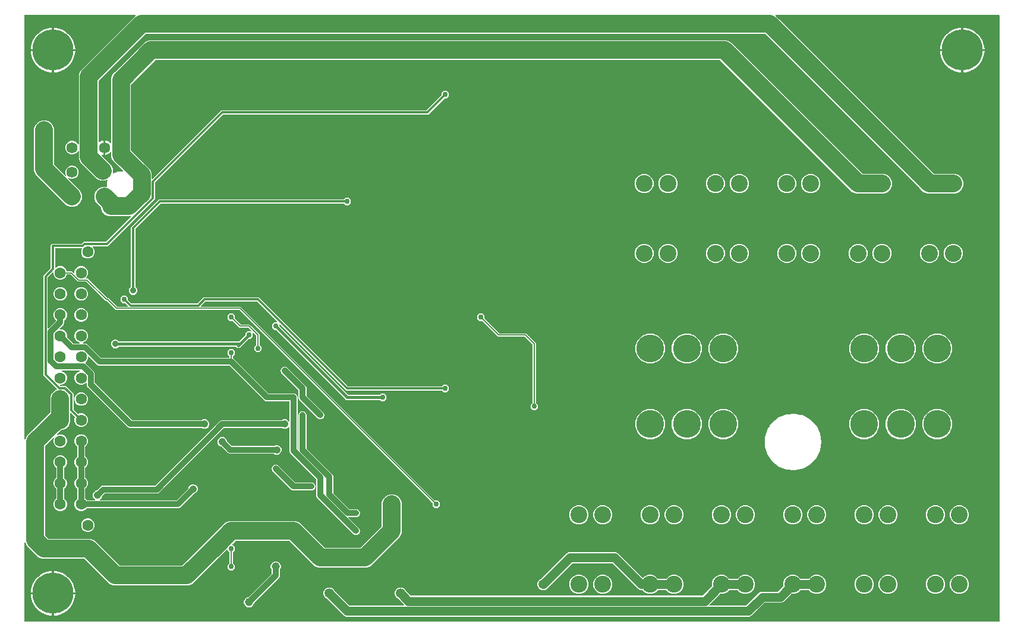
<source format=gbr>
G04 EAGLE Gerber RS-274X export*
G75*
%MOMM*%
%FSLAX34Y34*%
%LPD*%
%INBottom Copper*%
%IPPOS*%
%AMOC8*
5,1,8,0,0,1.08239X$1,22.5*%
G01*
%ADD10C,3.960000*%
%ADD11C,2.400000*%
%ADD12C,5.842000*%
%ADD13C,1.590000*%
%ADD14C,1.605000*%
%ADD15C,1.500000*%
%ADD16C,2.540000*%
%ADD17C,0.304800*%
%ADD18C,0.756400*%
%ADD19C,0.906400*%
%ADD20C,0.812800*%
%ADD21C,0.152400*%
%ADD22C,1.056400*%
%ADD23C,0.406400*%
%ADD24C,1.016000*%
%ADD25C,1.156400*%
%ADD26C,1.270000*%
%ADD27C,1.350000*%

G36*
X1398598Y10164D02*
X1398598Y10164D01*
X1398617Y10162D01*
X1398719Y10184D01*
X1398821Y10200D01*
X1398838Y10210D01*
X1398858Y10214D01*
X1398947Y10267D01*
X1399038Y10316D01*
X1399052Y10330D01*
X1399069Y10340D01*
X1399136Y10419D01*
X1399208Y10494D01*
X1399216Y10512D01*
X1399229Y10527D01*
X1399268Y10623D01*
X1399311Y10717D01*
X1399313Y10737D01*
X1399321Y10755D01*
X1399339Y10922D01*
X1399339Y874778D01*
X1399336Y874798D01*
X1399338Y874817D01*
X1399316Y874919D01*
X1399300Y875021D01*
X1399290Y875038D01*
X1399286Y875058D01*
X1399233Y875147D01*
X1399184Y875238D01*
X1399170Y875252D01*
X1399160Y875269D01*
X1399081Y875336D01*
X1399006Y875408D01*
X1398988Y875416D01*
X1398973Y875429D01*
X1398877Y875468D01*
X1398783Y875511D01*
X1398763Y875513D01*
X1398745Y875521D01*
X1398578Y875539D01*
X1080915Y875539D01*
X1080845Y875528D01*
X1080773Y875526D01*
X1080724Y875508D01*
X1080673Y875500D01*
X1080609Y875466D01*
X1080542Y875441D01*
X1080501Y875409D01*
X1080455Y875384D01*
X1080406Y875332D01*
X1080350Y875288D01*
X1080322Y875244D01*
X1080286Y875206D01*
X1080256Y875141D01*
X1080217Y875081D01*
X1080204Y875030D01*
X1080182Y874983D01*
X1080174Y874912D01*
X1080157Y874842D01*
X1080161Y874790D01*
X1080155Y874739D01*
X1080170Y874668D01*
X1080176Y874597D01*
X1080196Y874549D01*
X1080207Y874498D01*
X1080244Y874437D01*
X1080272Y874371D01*
X1080317Y874315D01*
X1080334Y874287D01*
X1080351Y874272D01*
X1080377Y874240D01*
X1083826Y870791D01*
X1305169Y649448D01*
X1305243Y649395D01*
X1305313Y649335D01*
X1305343Y649323D01*
X1305369Y649304D01*
X1305456Y649277D01*
X1305541Y649243D01*
X1305582Y649239D01*
X1305604Y649232D01*
X1305636Y649233D01*
X1305707Y649225D01*
X1336329Y649225D01*
X1341558Y647059D01*
X1345559Y643058D01*
X1347725Y637829D01*
X1347725Y632171D01*
X1345559Y626942D01*
X1341558Y622941D01*
X1336329Y620775D01*
X1296671Y620775D01*
X1291442Y622941D01*
X1287334Y627049D01*
X1065991Y848392D01*
X1065917Y848445D01*
X1065847Y848505D01*
X1065817Y848517D01*
X1065791Y848536D01*
X1065704Y848563D01*
X1065619Y848597D01*
X1065578Y848601D01*
X1065556Y848608D01*
X1065524Y848607D01*
X1065453Y848615D01*
X183247Y848615D01*
X183157Y848601D01*
X183066Y848593D01*
X183037Y848581D01*
X183005Y848576D01*
X182924Y848533D01*
X182840Y848497D01*
X182808Y848471D01*
X182787Y848460D01*
X182765Y848437D01*
X182709Y848392D01*
X116324Y782007D01*
X116271Y781933D01*
X116211Y781863D01*
X116199Y781833D01*
X116180Y781807D01*
X116153Y781720D01*
X116119Y781635D01*
X116115Y781594D01*
X116108Y781572D01*
X116109Y781540D01*
X116101Y781469D01*
X116101Y695136D01*
X116103Y695124D01*
X116101Y695112D01*
X116123Y695003D01*
X116140Y694893D01*
X116146Y694883D01*
X116148Y694871D01*
X116204Y694774D01*
X116256Y694676D01*
X116264Y694667D01*
X116270Y694657D01*
X116353Y694583D01*
X116434Y694506D01*
X116445Y694501D01*
X116454Y694493D01*
X116556Y694450D01*
X116657Y694403D01*
X116669Y694401D01*
X116680Y694397D01*
X116791Y694388D01*
X116901Y694376D01*
X116913Y694378D01*
X116925Y694377D01*
X117033Y694404D01*
X117142Y694428D01*
X117152Y694434D01*
X117164Y694437D01*
X117309Y694520D01*
X118552Y695423D01*
X120023Y696172D01*
X121593Y696682D01*
X122527Y696830D01*
X122527Y687212D01*
X122530Y687192D01*
X122528Y687173D01*
X122550Y687071D01*
X122567Y686969D01*
X122576Y686952D01*
X122580Y686932D01*
X122633Y686843D01*
X122682Y686752D01*
X122696Y686738D01*
X122706Y686721D01*
X122785Y686654D01*
X122860Y686583D01*
X122878Y686574D01*
X122893Y686561D01*
X122989Y686523D01*
X123083Y686479D01*
X123103Y686477D01*
X123121Y686469D01*
X123288Y686451D01*
X124812Y686451D01*
X124832Y686454D01*
X124851Y686452D01*
X124953Y686474D01*
X125055Y686491D01*
X125072Y686500D01*
X125092Y686504D01*
X125181Y686557D01*
X125272Y686606D01*
X125286Y686620D01*
X125303Y686630D01*
X125370Y686709D01*
X125441Y686784D01*
X125450Y686802D01*
X125463Y686817D01*
X125502Y686913D01*
X125545Y687007D01*
X125547Y687027D01*
X125555Y687045D01*
X125573Y687212D01*
X125573Y696830D01*
X126507Y696682D01*
X128077Y696172D01*
X129548Y695422D01*
X130884Y694452D01*
X132052Y693284D01*
X132198Y693083D01*
X132204Y693077D01*
X132208Y693070D01*
X132291Y692991D01*
X132373Y692910D01*
X132380Y692906D01*
X132386Y692901D01*
X132491Y692852D01*
X132594Y692802D01*
X132602Y692801D01*
X132609Y692797D01*
X132724Y692785D01*
X132838Y692769D01*
X132846Y692771D01*
X132853Y692770D01*
X132966Y692795D01*
X133079Y692817D01*
X133086Y692821D01*
X133094Y692822D01*
X133193Y692882D01*
X133293Y692938D01*
X133298Y692944D01*
X133305Y692949D01*
X133380Y693036D01*
X133456Y693122D01*
X133460Y693129D01*
X133465Y693135D01*
X133508Y693243D01*
X133553Y693348D01*
X133554Y693356D01*
X133557Y693364D01*
X133575Y693530D01*
X133575Y785629D01*
X135741Y790858D01*
X139849Y794966D01*
X182442Y837559D01*
X187671Y839725D01*
X1010229Y839725D01*
X1015458Y837559D01*
X1203569Y649448D01*
X1203643Y649395D01*
X1203713Y649335D01*
X1203743Y649323D01*
X1203769Y649304D01*
X1203856Y649277D01*
X1203941Y649243D01*
X1203982Y649239D01*
X1204004Y649232D01*
X1204036Y649233D01*
X1204107Y649225D01*
X1234729Y649225D01*
X1239958Y647059D01*
X1243959Y643058D01*
X1246125Y637829D01*
X1246125Y632171D01*
X1243959Y626942D01*
X1239958Y622941D01*
X1234729Y620775D01*
X1195071Y620775D01*
X1189842Y622941D01*
X1001731Y811052D01*
X1001657Y811105D01*
X1001587Y811165D01*
X1001557Y811177D01*
X1001531Y811196D01*
X1001444Y811223D01*
X1001359Y811257D01*
X1001318Y811261D01*
X1001296Y811268D01*
X1001264Y811267D01*
X1001193Y811275D01*
X196707Y811275D01*
X196617Y811261D01*
X196526Y811253D01*
X196497Y811241D01*
X196465Y811236D01*
X196384Y811193D01*
X196300Y811157D01*
X196268Y811131D01*
X196247Y811120D01*
X196225Y811097D01*
X196169Y811052D01*
X162248Y777131D01*
X162195Y777057D01*
X162135Y776987D01*
X162123Y776957D01*
X162104Y776931D01*
X162077Y776844D01*
X162043Y776759D01*
X162039Y776718D01*
X162032Y776696D01*
X162033Y776664D01*
X162025Y776593D01*
X162025Y682633D01*
X162039Y682543D01*
X162047Y682452D01*
X162059Y682422D01*
X162064Y682390D01*
X162107Y682309D01*
X162143Y682226D01*
X162169Y682193D01*
X162180Y682173D01*
X162203Y682151D01*
X162248Y682095D01*
X189469Y654873D01*
X191635Y649645D01*
X191635Y642284D01*
X191646Y642213D01*
X191648Y642142D01*
X191666Y642093D01*
X191674Y642041D01*
X191708Y641978D01*
X191733Y641911D01*
X191765Y641870D01*
X191790Y641824D01*
X191842Y641775D01*
X191886Y641719D01*
X191930Y641690D01*
X191968Y641655D01*
X192033Y641624D01*
X192093Y641586D01*
X192144Y641573D01*
X192191Y641551D01*
X192262Y641543D01*
X192332Y641526D01*
X192384Y641530D01*
X192435Y641524D01*
X192506Y641539D01*
X192577Y641545D01*
X192625Y641565D01*
X192676Y641576D01*
X192737Y641613D01*
X192803Y641641D01*
X192859Y641686D01*
X192887Y641702D01*
X192902Y641720D01*
X192934Y641746D01*
X290837Y739649D01*
X582622Y739649D01*
X582712Y739663D01*
X582803Y739671D01*
X582833Y739683D01*
X582865Y739688D01*
X582945Y739731D01*
X583029Y739767D01*
X583061Y739793D01*
X583082Y739804D01*
X583104Y739827D01*
X583160Y739872D01*
X604070Y760782D01*
X604123Y760856D01*
X604183Y760925D01*
X604195Y760955D01*
X604214Y760982D01*
X604241Y761069D01*
X604275Y761153D01*
X604279Y761194D01*
X604286Y761217D01*
X604285Y761249D01*
X604293Y761320D01*
X604293Y764198D01*
X607402Y767307D01*
X611798Y767307D01*
X614907Y764198D01*
X614907Y759802D01*
X611798Y756693D01*
X608920Y756693D01*
X608830Y756679D01*
X608739Y756671D01*
X608709Y756659D01*
X608677Y756654D01*
X608597Y756611D01*
X608513Y756575D01*
X608481Y756549D01*
X608460Y756538D01*
X608438Y756515D01*
X608382Y756470D01*
X585463Y733551D01*
X293678Y733551D01*
X293588Y733537D01*
X293497Y733529D01*
X293467Y733517D01*
X293435Y733512D01*
X293355Y733469D01*
X293271Y733433D01*
X293239Y733407D01*
X293218Y733396D01*
X293196Y733373D01*
X293140Y733328D01*
X196430Y636618D01*
X196377Y636544D01*
X196317Y636475D01*
X196305Y636445D01*
X196286Y636418D01*
X196259Y636331D01*
X196225Y636247D01*
X196221Y636206D01*
X196214Y636183D01*
X196215Y636151D01*
X196207Y636080D01*
X196207Y613299D01*
X128832Y545924D01*
X107919Y545924D01*
X107848Y545913D01*
X107776Y545911D01*
X107727Y545893D01*
X107676Y545885D01*
X107613Y545851D01*
X107545Y545826D01*
X107505Y545794D01*
X107459Y545769D01*
X107409Y545717D01*
X107353Y545673D01*
X107325Y545629D01*
X107289Y545591D01*
X107259Y545526D01*
X107220Y545466D01*
X107208Y545415D01*
X107186Y545368D01*
X107178Y545297D01*
X107160Y545227D01*
X107164Y545175D01*
X107159Y545124D01*
X107174Y545053D01*
X107179Y544982D01*
X107200Y544934D01*
X107211Y544883D01*
X107248Y544822D01*
X107276Y544756D01*
X107321Y544700D01*
X107337Y544672D01*
X107355Y544657D01*
X107381Y544625D01*
X108696Y543310D01*
X110150Y539800D01*
X110150Y536000D01*
X108696Y532490D01*
X106010Y529804D01*
X102500Y528350D01*
X98700Y528350D01*
X95190Y529804D01*
X92504Y532490D01*
X91050Y536000D01*
X91050Y539800D01*
X91961Y541999D01*
X91971Y542040D01*
X91985Y542069D01*
X91985Y542072D01*
X91991Y542085D01*
X92000Y542162D01*
X92017Y542238D01*
X92013Y542284D01*
X92018Y542329D01*
X92002Y542406D01*
X91994Y542483D01*
X91976Y542525D01*
X91966Y542570D01*
X91926Y542637D01*
X91894Y542708D01*
X91863Y542742D01*
X91840Y542781D01*
X91781Y542832D01*
X91728Y542889D01*
X91688Y542911D01*
X91653Y542941D01*
X91581Y542970D01*
X91512Y543007D01*
X91467Y543016D01*
X91425Y543033D01*
X91289Y543048D01*
X91270Y543051D01*
X91265Y543050D01*
X91258Y543051D01*
X54610Y543051D01*
X54590Y543048D01*
X54571Y543050D01*
X54469Y543028D01*
X54367Y543012D01*
X54350Y543002D01*
X54330Y542998D01*
X54241Y542945D01*
X54150Y542896D01*
X54136Y542882D01*
X54119Y542872D01*
X54052Y542793D01*
X53980Y542718D01*
X53972Y542700D01*
X53959Y542685D01*
X53920Y542589D01*
X53877Y542495D01*
X53875Y542475D01*
X53867Y542457D01*
X53849Y542290D01*
X53849Y515892D01*
X53860Y515821D01*
X53862Y515749D01*
X53880Y515700D01*
X53888Y515649D01*
X53922Y515586D01*
X53947Y515518D01*
X53979Y515478D01*
X54004Y515432D01*
X54056Y515382D01*
X54100Y515326D01*
X54144Y515298D01*
X54182Y515262D01*
X54247Y515232D01*
X54307Y515193D01*
X54358Y515181D01*
X54405Y515159D01*
X54476Y515151D01*
X54546Y515133D01*
X54598Y515137D01*
X54649Y515132D01*
X54720Y515147D01*
X54791Y515152D01*
X54839Y515173D01*
X54890Y515184D01*
X54951Y515221D01*
X55017Y515249D01*
X55073Y515294D01*
X55101Y515310D01*
X55116Y515328D01*
X55148Y515354D01*
X55790Y515996D01*
X59300Y517450D01*
X63100Y517450D01*
X66610Y515996D01*
X69296Y513310D01*
X70395Y510657D01*
X70456Y510557D01*
X70516Y510457D01*
X70521Y510453D01*
X70524Y510448D01*
X70614Y510373D01*
X70703Y510297D01*
X70709Y510295D01*
X70714Y510291D01*
X70822Y510249D01*
X70931Y510205D01*
X70939Y510204D01*
X70943Y510203D01*
X70962Y510202D01*
X71098Y510187D01*
X77565Y510187D01*
X80351Y507401D01*
X80409Y507359D01*
X80461Y507310D01*
X80508Y507288D01*
X80550Y507258D01*
X80619Y507237D01*
X80684Y507206D01*
X80736Y507201D01*
X80786Y507185D01*
X80857Y507187D01*
X80928Y507179D01*
X80979Y507190D01*
X81031Y507192D01*
X81099Y507216D01*
X81169Y507231D01*
X81214Y507258D01*
X81262Y507276D01*
X81318Y507321D01*
X81380Y507358D01*
X81414Y507397D01*
X81454Y507430D01*
X81493Y507490D01*
X81540Y507545D01*
X81559Y507593D01*
X81587Y507637D01*
X81605Y507706D01*
X81632Y507773D01*
X81640Y507844D01*
X81648Y507875D01*
X81646Y507899D01*
X81650Y507939D01*
X81650Y509800D01*
X83104Y513310D01*
X85790Y515996D01*
X89300Y517450D01*
X93100Y517450D01*
X96610Y515996D01*
X99296Y513310D01*
X100750Y509800D01*
X100750Y506000D01*
X99296Y502490D01*
X97981Y501175D01*
X97939Y501117D01*
X97889Y501065D01*
X97867Y501018D01*
X97837Y500976D01*
X97816Y500907D01*
X97786Y500842D01*
X97780Y500790D01*
X97765Y500740D01*
X97767Y500669D01*
X97759Y500598D01*
X97770Y500547D01*
X97771Y500495D01*
X97796Y500427D01*
X97811Y500357D01*
X97838Y500312D01*
X97856Y500264D01*
X97900Y500208D01*
X97937Y500146D01*
X97977Y500112D01*
X98009Y500072D01*
X98070Y500033D01*
X98124Y499986D01*
X98172Y499967D01*
X98216Y499939D01*
X98286Y499921D01*
X98352Y499894D01*
X98424Y499886D01*
X98455Y499878D01*
X98478Y499880D01*
X98519Y499876D01*
X100258Y499876D01*
X127724Y472410D01*
X127798Y472357D01*
X127868Y472297D01*
X127898Y472285D01*
X127924Y472266D01*
X128011Y472239D01*
X128096Y472205D01*
X128137Y472201D01*
X128159Y472194D01*
X128191Y472195D01*
X128262Y472187D01*
X129629Y472187D01*
X142106Y459710D01*
X142180Y459657D01*
X142250Y459597D01*
X142280Y459585D01*
X142306Y459566D01*
X142393Y459539D01*
X142478Y459505D01*
X142519Y459501D01*
X142541Y459494D01*
X142573Y459495D01*
X142645Y459487D01*
X156664Y459487D01*
X156735Y459498D01*
X156806Y459500D01*
X156855Y459518D01*
X156907Y459526D01*
X156970Y459560D01*
X157037Y459585D01*
X157078Y459617D01*
X157124Y459642D01*
X157173Y459694D01*
X157229Y459738D01*
X157258Y459782D01*
X157293Y459820D01*
X157324Y459885D01*
X157362Y459945D01*
X157375Y459996D01*
X157397Y460043D01*
X157405Y460114D01*
X157422Y460184D01*
X157418Y460236D01*
X157424Y460287D01*
X157409Y460358D01*
X157403Y460429D01*
X157383Y460477D01*
X157372Y460528D01*
X157335Y460589D01*
X157307Y460655D01*
X157262Y460711D01*
X157246Y460739D01*
X157228Y460754D01*
X157202Y460786D01*
X153618Y464370D01*
X153544Y464423D01*
X153475Y464483D01*
X153445Y464495D01*
X153418Y464514D01*
X153331Y464541D01*
X153247Y464575D01*
X153206Y464579D01*
X153183Y464586D01*
X153151Y464585D01*
X153080Y464593D01*
X150202Y464593D01*
X147093Y467702D01*
X147093Y472098D01*
X150202Y475207D01*
X154598Y475207D01*
X157707Y472098D01*
X157707Y469220D01*
X157721Y469130D01*
X157729Y469039D01*
X157741Y469009D01*
X157746Y468977D01*
X157789Y468897D01*
X157825Y468813D01*
X157851Y468781D01*
X157862Y468760D01*
X157885Y468738D01*
X157910Y468706D01*
X157912Y468704D01*
X157913Y468702D01*
X157930Y468682D01*
X162330Y464282D01*
X162404Y464229D01*
X162473Y464169D01*
X162503Y464157D01*
X162530Y464138D01*
X162617Y464111D01*
X162701Y464077D01*
X162742Y464073D01*
X162765Y464066D01*
X162797Y464067D01*
X162868Y464059D01*
X256232Y464059D01*
X256322Y464073D01*
X256413Y464081D01*
X256443Y464093D01*
X256475Y464098D01*
X256555Y464141D01*
X256639Y464177D01*
X256671Y464203D01*
X256692Y464214D01*
X256714Y464237D01*
X256770Y464282D01*
X265437Y472949D01*
X344163Y472949D01*
X470940Y346172D01*
X471014Y346119D01*
X471083Y346059D01*
X471113Y346047D01*
X471140Y346028D01*
X471227Y346001D01*
X471311Y345967D01*
X471352Y345963D01*
X471375Y345956D01*
X471407Y345957D01*
X471478Y345949D01*
X604829Y345949D01*
X604919Y345963D01*
X605010Y345971D01*
X605039Y345983D01*
X605071Y345988D01*
X605152Y346031D01*
X605236Y346067D01*
X605268Y346093D01*
X605289Y346104D01*
X605311Y346127D01*
X605367Y346172D01*
X607402Y348207D01*
X611798Y348207D01*
X614907Y345098D01*
X614907Y340702D01*
X611798Y337593D01*
X607402Y337593D01*
X605367Y339628D01*
X605293Y339681D01*
X605223Y339741D01*
X605193Y339753D01*
X605167Y339772D01*
X605080Y339799D01*
X604995Y339833D01*
X604954Y339837D01*
X604932Y339844D01*
X604900Y339843D01*
X604829Y339851D01*
X468637Y339851D01*
X374906Y433582D01*
X374848Y433624D01*
X374796Y433673D01*
X374749Y433695D01*
X374707Y433726D01*
X374638Y433747D01*
X374573Y433777D01*
X374521Y433783D01*
X374471Y433798D01*
X374400Y433796D01*
X374329Y433804D01*
X374278Y433793D01*
X374226Y433792D01*
X374158Y433767D01*
X374088Y433752D01*
X374044Y433725D01*
X373995Y433707D01*
X373939Y433662D01*
X373877Y433626D01*
X373843Y433586D01*
X373803Y433554D01*
X373764Y433493D01*
X373717Y433439D01*
X373698Y433390D01*
X373670Y433347D01*
X373652Y433277D01*
X373625Y433211D01*
X373617Y433139D01*
X373609Y433108D01*
X373611Y433085D01*
X373607Y433044D01*
X373607Y431839D01*
X373621Y431748D01*
X373629Y431658D01*
X373641Y431628D01*
X373646Y431596D01*
X373689Y431515D01*
X373725Y431431D01*
X373751Y431399D01*
X373762Y431378D01*
X373785Y431356D01*
X373830Y431300D01*
X471150Y333980D01*
X471224Y333927D01*
X471294Y333867D01*
X471324Y333855D01*
X471350Y333836D01*
X471437Y333809D01*
X471522Y333775D01*
X471563Y333771D01*
X471585Y333764D01*
X471617Y333765D01*
X471689Y333757D01*
X516437Y333757D01*
X516527Y333771D01*
X516618Y333779D01*
X516647Y333791D01*
X516679Y333796D01*
X516760Y333839D01*
X516844Y333875D01*
X516876Y333901D01*
X516897Y333912D01*
X516919Y333935D01*
X516975Y333980D01*
X518502Y335507D01*
X522898Y335507D01*
X526007Y332398D01*
X526007Y328002D01*
X522898Y324893D01*
X518502Y324893D01*
X516975Y326420D01*
X516901Y326473D01*
X516831Y326533D01*
X516801Y326545D01*
X516775Y326564D01*
X516688Y326591D01*
X516603Y326625D01*
X516562Y326629D01*
X516540Y326636D01*
X516508Y326635D01*
X516437Y326643D01*
X468427Y326643D01*
X368800Y426270D01*
X368726Y426323D01*
X368656Y426383D01*
X368626Y426395D01*
X368600Y426414D01*
X368513Y426441D01*
X368428Y426475D01*
X368387Y426479D01*
X368365Y426486D01*
X368333Y426485D01*
X368261Y426493D01*
X366102Y426493D01*
X362993Y429602D01*
X362993Y433998D01*
X366102Y437107D01*
X369544Y437107D01*
X369615Y437118D01*
X369686Y437120D01*
X369735Y437138D01*
X369787Y437146D01*
X369850Y437180D01*
X369917Y437205D01*
X369958Y437237D01*
X370004Y437262D01*
X370053Y437314D01*
X370109Y437358D01*
X370138Y437402D01*
X370173Y437440D01*
X370204Y437505D01*
X370242Y437565D01*
X370255Y437616D01*
X370277Y437663D01*
X370285Y437734D01*
X370302Y437804D01*
X370298Y437856D01*
X370304Y437907D01*
X370289Y437978D01*
X370283Y438049D01*
X370263Y438097D01*
X370252Y438148D01*
X370215Y438209D01*
X370187Y438275D01*
X370142Y438331D01*
X370126Y438359D01*
X370108Y438374D01*
X370082Y438406D01*
X341860Y466628D01*
X341786Y466681D01*
X341717Y466741D01*
X341687Y466753D01*
X341660Y466772D01*
X341573Y466799D01*
X341489Y466833D01*
X341448Y466837D01*
X341425Y466844D01*
X341393Y466843D01*
X341322Y466851D01*
X268278Y466851D01*
X268188Y466837D01*
X268097Y466829D01*
X268067Y466817D01*
X268035Y466812D01*
X267955Y466769D01*
X267871Y466733D01*
X267839Y466707D01*
X267818Y466696D01*
X267796Y466673D01*
X267740Y466628D01*
X261898Y460786D01*
X261856Y460728D01*
X261807Y460676D01*
X261785Y460629D01*
X261754Y460587D01*
X261733Y460518D01*
X261703Y460453D01*
X261697Y460401D01*
X261682Y460351D01*
X261684Y460280D01*
X261676Y460209D01*
X261687Y460158D01*
X261688Y460106D01*
X261713Y460038D01*
X261728Y459968D01*
X261755Y459923D01*
X261773Y459875D01*
X261818Y459819D01*
X261854Y459757D01*
X261894Y459723D01*
X261926Y459683D01*
X261987Y459644D01*
X262041Y459597D01*
X262090Y459578D01*
X262133Y459550D01*
X262203Y459532D01*
X262269Y459505D01*
X262341Y459497D01*
X262372Y459489D01*
X262395Y459491D01*
X262436Y459487D01*
X318447Y459487D01*
X594604Y183330D01*
X594678Y183277D01*
X594748Y183217D01*
X594778Y183205D01*
X594804Y183186D01*
X594891Y183159D01*
X594976Y183125D01*
X595017Y183121D01*
X595039Y183114D01*
X595071Y183115D01*
X595143Y183107D01*
X599098Y183107D01*
X602207Y179998D01*
X602207Y175602D01*
X599098Y172493D01*
X594702Y172493D01*
X591593Y175602D01*
X591593Y179557D01*
X591579Y179648D01*
X591571Y179738D01*
X591559Y179768D01*
X591554Y179800D01*
X591511Y179881D01*
X591475Y179965D01*
X591449Y179997D01*
X591438Y180018D01*
X591415Y180040D01*
X591370Y180096D01*
X316776Y454690D01*
X316702Y454743D01*
X316632Y454803D01*
X316602Y454815D01*
X316576Y454834D01*
X316489Y454861D01*
X316404Y454895D01*
X316363Y454899D01*
X316341Y454906D01*
X316309Y454905D01*
X316237Y454913D01*
X140435Y454913D01*
X127958Y467390D01*
X127884Y467443D01*
X127814Y467503D01*
X127784Y467515D01*
X127758Y467534D01*
X127671Y467561D01*
X127586Y467595D01*
X127545Y467599D01*
X127523Y467606D01*
X127491Y467605D01*
X127419Y467613D01*
X126053Y467613D01*
X124490Y469176D01*
X98587Y495079D01*
X98513Y495132D01*
X98443Y495192D01*
X98413Y495204D01*
X98387Y495223D01*
X98300Y495250D01*
X98215Y495284D01*
X98174Y495288D01*
X98152Y495295D01*
X98120Y495294D01*
X98048Y495302D01*
X85982Y495302D01*
X75894Y505390D01*
X75820Y505443D01*
X75750Y505503D01*
X75720Y505515D01*
X75694Y505534D01*
X75607Y505561D01*
X75522Y505595D01*
X75481Y505599D01*
X75459Y505606D01*
X75427Y505605D01*
X75355Y505613D01*
X71098Y505613D01*
X70983Y505594D01*
X70867Y505577D01*
X70861Y505575D01*
X70855Y505574D01*
X70753Y505519D01*
X70648Y505466D01*
X70643Y505461D01*
X70638Y505458D01*
X70558Y505374D01*
X70476Y505290D01*
X70472Y505284D01*
X70469Y505280D01*
X70461Y505263D01*
X70395Y505143D01*
X69296Y502490D01*
X66610Y499804D01*
X63100Y498350D01*
X59300Y498350D01*
X55790Y499804D01*
X53104Y502490D01*
X51650Y506000D01*
X51650Y507861D01*
X51639Y507931D01*
X51637Y508003D01*
X51619Y508052D01*
X51611Y508103D01*
X51577Y508167D01*
X51552Y508234D01*
X51520Y508275D01*
X51495Y508321D01*
X51443Y508370D01*
X51399Y508426D01*
X51355Y508454D01*
X51317Y508490D01*
X51252Y508520D01*
X51192Y508559D01*
X51141Y508572D01*
X51094Y508594D01*
X51023Y508602D01*
X50953Y508619D01*
X50901Y508615D01*
X50850Y508621D01*
X50779Y508605D01*
X50708Y508600D01*
X50660Y508580D01*
X50609Y508568D01*
X50548Y508532D01*
X50482Y508504D01*
X50426Y508459D01*
X50398Y508442D01*
X50383Y508425D01*
X50351Y508399D01*
X43747Y501795D01*
X43694Y501721D01*
X43634Y501651D01*
X43622Y501621D01*
X43603Y501595D01*
X43576Y501508D01*
X43542Y501423D01*
X43538Y501382D01*
X43531Y501360D01*
X43532Y501328D01*
X43524Y501256D01*
X43524Y429217D01*
X43535Y429146D01*
X43537Y429075D01*
X43555Y429026D01*
X43563Y428974D01*
X43597Y428911D01*
X43622Y428844D01*
X43654Y428803D01*
X43679Y428757D01*
X43731Y428707D01*
X43775Y428651D01*
X43819Y428623D01*
X43857Y428587D01*
X43922Y428557D01*
X43982Y428518D01*
X44033Y428506D01*
X44080Y428484D01*
X44151Y428476D01*
X44221Y428458D01*
X44273Y428462D01*
X44324Y428457D01*
X44395Y428472D01*
X44466Y428478D01*
X44514Y428498D01*
X44565Y428509D01*
X44626Y428546D01*
X44692Y428574D01*
X44748Y428619D01*
X44776Y428635D01*
X44791Y428653D01*
X44823Y428679D01*
X55331Y439187D01*
X55343Y439203D01*
X55359Y439215D01*
X55415Y439303D01*
X55475Y439387D01*
X55481Y439405D01*
X55492Y439422D01*
X55517Y439523D01*
X55547Y439622D01*
X55547Y439642D01*
X55552Y439661D01*
X55544Y439764D01*
X55541Y439867D01*
X55534Y439886D01*
X55532Y439906D01*
X55492Y440001D01*
X55456Y440098D01*
X55444Y440114D01*
X55436Y440132D01*
X55331Y440263D01*
X53104Y442490D01*
X51650Y446000D01*
X51650Y449800D01*
X53104Y453310D01*
X55790Y455996D01*
X59300Y457450D01*
X63100Y457450D01*
X66610Y455996D01*
X69296Y453310D01*
X70750Y449800D01*
X70750Y446000D01*
X69296Y442490D01*
X67012Y440206D01*
X66959Y440132D01*
X66899Y440063D01*
X66887Y440033D01*
X66868Y440007D01*
X66841Y439920D01*
X66807Y439835D01*
X66803Y439794D01*
X66796Y439772D01*
X66797Y439739D01*
X66789Y439668D01*
X66789Y436040D01*
X65938Y433986D01*
X60701Y428749D01*
X60659Y428691D01*
X60610Y428639D01*
X60588Y428592D01*
X60558Y428550D01*
X60537Y428481D01*
X60506Y428416D01*
X60501Y428364D01*
X60485Y428314D01*
X60487Y428243D01*
X60479Y428172D01*
X60490Y428121D01*
X60492Y428069D01*
X60516Y428001D01*
X60531Y427931D01*
X60558Y427886D01*
X60576Y427838D01*
X60621Y427782D01*
X60658Y427720D01*
X60697Y427686D01*
X60730Y427646D01*
X60790Y427607D01*
X60845Y427560D01*
X60893Y427541D01*
X60937Y427513D01*
X61006Y427495D01*
X61073Y427468D01*
X61144Y427460D01*
X61175Y427452D01*
X61199Y427454D01*
X61239Y427450D01*
X63100Y427450D01*
X66610Y425996D01*
X69296Y423310D01*
X70750Y419800D01*
X70750Y416569D01*
X70764Y416479D01*
X70772Y416388D01*
X70784Y416358D01*
X70789Y416327D01*
X70832Y416246D01*
X70868Y416162D01*
X70894Y416130D01*
X70905Y416109D01*
X70928Y416087D01*
X70973Y416031D01*
X79679Y407325D01*
X79753Y407272D01*
X79822Y407212D01*
X79853Y407200D01*
X79879Y407181D01*
X79966Y407154D01*
X80051Y407120D01*
X80091Y407116D01*
X80114Y407109D01*
X80146Y407110D01*
X80217Y407102D01*
X88488Y407102D01*
X88584Y407117D01*
X88681Y407127D01*
X88705Y407137D01*
X88730Y407141D01*
X88816Y407187D01*
X88905Y407227D01*
X88925Y407244D01*
X88948Y407257D01*
X89015Y407327D01*
X89087Y407393D01*
X89099Y407416D01*
X89117Y407435D01*
X89158Y407523D01*
X89205Y407609D01*
X89210Y407634D01*
X89221Y407658D01*
X89231Y407755D01*
X89249Y407851D01*
X89245Y407877D01*
X89248Y407902D01*
X89227Y407998D01*
X89213Y408094D01*
X89201Y408117D01*
X89196Y408143D01*
X89146Y408226D01*
X89102Y408313D01*
X89083Y408332D01*
X89069Y408354D01*
X88996Y408417D01*
X88926Y408485D01*
X88897Y408501D01*
X88883Y408514D01*
X88852Y408526D01*
X88779Y408566D01*
X85790Y409804D01*
X83104Y412490D01*
X81650Y416000D01*
X81650Y419800D01*
X83104Y423310D01*
X85790Y425996D01*
X89300Y427450D01*
X93100Y427450D01*
X96610Y425996D01*
X99296Y423310D01*
X100750Y419800D01*
X100750Y416000D01*
X99296Y412490D01*
X96610Y409804D01*
X93621Y408566D01*
X93538Y408515D01*
X93452Y408469D01*
X93434Y408450D01*
X93412Y408437D01*
X93350Y408362D01*
X93283Y408291D01*
X93272Y408267D01*
X93255Y408247D01*
X93220Y408156D01*
X93179Y408068D01*
X93176Y408042D01*
X93167Y408018D01*
X93163Y407920D01*
X93152Y407824D01*
X93158Y407798D01*
X93157Y407772D01*
X93184Y407678D01*
X93204Y407583D01*
X93218Y407561D01*
X93225Y407536D01*
X93281Y407456D01*
X93331Y407372D01*
X93350Y407355D01*
X93365Y407334D01*
X93444Y407275D01*
X93517Y407212D01*
X93542Y407202D01*
X93563Y407187D01*
X93655Y407157D01*
X93746Y407120D01*
X93778Y407117D01*
X93797Y407111D01*
X93830Y407111D01*
X93912Y407102D01*
X97950Y407102D01*
X100005Y406251D01*
X119444Y386812D01*
X119518Y386759D01*
X119587Y386699D01*
X119617Y386687D01*
X119643Y386668D01*
X119730Y386641D01*
X119815Y386607D01*
X119856Y386603D01*
X119879Y386596D01*
X119911Y386597D01*
X119982Y386589D01*
X301752Y386589D01*
X301772Y386592D01*
X301791Y386590D01*
X301893Y386612D01*
X301995Y386628D01*
X302012Y386638D01*
X302032Y386642D01*
X302121Y386695D01*
X302212Y386744D01*
X302226Y386758D01*
X302243Y386768D01*
X302310Y386847D01*
X302382Y386922D01*
X302390Y386940D01*
X302403Y386955D01*
X302442Y387051D01*
X302485Y387145D01*
X302487Y387165D01*
X302495Y387183D01*
X302513Y387350D01*
X302513Y388167D01*
X302499Y388257D01*
X302491Y388348D01*
X302479Y388377D01*
X302474Y388409D01*
X302431Y388490D01*
X302395Y388574D01*
X302369Y388606D01*
X302358Y388627D01*
X302335Y388649D01*
X302290Y388705D01*
X299493Y391502D01*
X299493Y395898D01*
X302602Y399007D01*
X306998Y399007D01*
X310107Y395898D01*
X310107Y391502D01*
X307310Y388705D01*
X307257Y388631D01*
X307197Y388561D01*
X307185Y388531D01*
X307166Y388505D01*
X307139Y388418D01*
X307105Y388333D01*
X307101Y388292D01*
X307094Y388270D01*
X307095Y388238D01*
X307087Y388167D01*
X307087Y386611D01*
X307105Y386496D01*
X307123Y386380D01*
X307125Y386374D01*
X307126Y386368D01*
X307181Y386265D01*
X307234Y386160D01*
X307239Y386156D01*
X307242Y386151D01*
X307326Y386070D01*
X307410Y385988D01*
X307416Y385985D01*
X307420Y385981D01*
X307437Y385973D01*
X307557Y385907D01*
X307966Y385738D01*
X357692Y336012D01*
X357766Y335959D01*
X357835Y335899D01*
X357866Y335887D01*
X357892Y335868D01*
X357979Y335841D01*
X358064Y335807D01*
X358104Y335803D01*
X358127Y335796D01*
X358159Y335797D01*
X358230Y335789D01*
X394812Y335789D01*
X395353Y335565D01*
X395416Y335550D01*
X395477Y335525D01*
X395560Y335516D01*
X395592Y335509D01*
X395611Y335510D01*
X395644Y335507D01*
X395898Y335507D01*
X396078Y335327D01*
X396131Y335289D01*
X396178Y335243D01*
X396251Y335203D01*
X396278Y335183D01*
X396296Y335178D01*
X396325Y335162D01*
X396866Y334938D01*
X398438Y333366D01*
X398662Y332825D01*
X398697Y332769D01*
X398722Y332709D01*
X398774Y332644D01*
X398792Y332616D01*
X398807Y332603D01*
X398827Y332578D01*
X399007Y332398D01*
X399007Y332144D01*
X399008Y332135D01*
X399008Y332130D01*
X399013Y332107D01*
X399017Y332079D01*
X399018Y332014D01*
X399041Y331934D01*
X399046Y331901D01*
X399056Y331884D01*
X399065Y331853D01*
X399289Y331312D01*
X399289Y256630D01*
X399304Y256539D01*
X399311Y256447D01*
X399325Y256410D01*
X399328Y256388D01*
X399344Y256359D01*
X399369Y256290D01*
X399411Y256232D01*
X399444Y256170D01*
X399482Y256134D01*
X399513Y256090D01*
X399571Y256049D01*
X399622Y256001D01*
X399670Y255978D01*
X399713Y255947D01*
X399781Y255927D01*
X399845Y255897D01*
X399898Y255891D01*
X399949Y255876D01*
X400019Y255878D01*
X400089Y255870D01*
X400141Y255881D01*
X400195Y255883D01*
X400261Y255907D01*
X400330Y255922D01*
X400375Y255950D01*
X400425Y255968D01*
X400480Y256012D01*
X400541Y256048D01*
X400575Y256089D01*
X400617Y256122D01*
X400655Y256182D01*
X400701Y256235D01*
X400721Y256285D01*
X400749Y256329D01*
X400766Y256398D01*
X400793Y256463D01*
X400801Y256537D01*
X400809Y256568D01*
X400807Y256591D01*
X400811Y256630D01*
X400811Y305912D01*
X401035Y306453D01*
X401050Y306516D01*
X401075Y306577D01*
X401084Y306660D01*
X401091Y306692D01*
X401090Y306711D01*
X401093Y306744D01*
X401093Y306998D01*
X401273Y307178D01*
X401311Y307231D01*
X401357Y307278D01*
X401397Y307351D01*
X401417Y307378D01*
X401422Y307396D01*
X401438Y307425D01*
X401662Y307966D01*
X403234Y309538D01*
X403775Y309762D01*
X403831Y309797D01*
X403891Y309822D01*
X403956Y309874D01*
X403984Y309892D01*
X403997Y309907D01*
X404022Y309927D01*
X404202Y310107D01*
X404456Y310107D01*
X404521Y310117D01*
X404586Y310118D01*
X404666Y310141D01*
X404699Y310146D01*
X404716Y310156D01*
X404747Y310165D01*
X405288Y310389D01*
X407512Y310389D01*
X408053Y310165D01*
X408116Y310150D01*
X408177Y310125D01*
X408260Y310116D01*
X408292Y310109D01*
X408311Y310110D01*
X408344Y310107D01*
X408598Y310107D01*
X408778Y309927D01*
X408831Y309889D01*
X408878Y309843D01*
X408951Y309803D01*
X408978Y309783D01*
X408996Y309778D01*
X409025Y309762D01*
X409566Y309538D01*
X411138Y307966D01*
X411362Y307425D01*
X411397Y307369D01*
X411422Y307309D01*
X411474Y307244D01*
X411492Y307216D01*
X411507Y307203D01*
X411527Y307178D01*
X411707Y306998D01*
X411707Y306744D01*
X411717Y306679D01*
X411718Y306614D01*
X411741Y306534D01*
X411746Y306501D01*
X411756Y306484D01*
X411765Y306453D01*
X411989Y305912D01*
X411989Y257580D01*
X412003Y257490D01*
X412011Y257399D01*
X412023Y257369D01*
X412028Y257338D01*
X412071Y257257D01*
X412107Y257173D01*
X412133Y257141D01*
X412144Y257120D01*
X412167Y257098D01*
X412173Y257091D01*
X412181Y257076D01*
X412191Y257068D01*
X412212Y257042D01*
X449238Y220016D01*
X450089Y217962D01*
X450089Y194080D01*
X450103Y193990D01*
X450111Y193899D01*
X450123Y193869D01*
X450128Y193838D01*
X450171Y193757D01*
X450207Y193673D01*
X450233Y193641D01*
X450244Y193620D01*
X450267Y193598D01*
X450312Y193542D01*
X472942Y170912D01*
X473016Y170859D01*
X473085Y170799D01*
X473116Y170787D01*
X473142Y170768D01*
X473229Y170741D01*
X473314Y170707D01*
X473354Y170703D01*
X473377Y170696D01*
X473409Y170697D01*
X473480Y170689D01*
X483712Y170689D01*
X484253Y170465D01*
X484316Y170450D01*
X484377Y170425D01*
X484460Y170416D01*
X484492Y170409D01*
X484511Y170410D01*
X484544Y170407D01*
X484798Y170407D01*
X484978Y170227D01*
X485031Y170189D01*
X485078Y170143D01*
X485151Y170103D01*
X485178Y170083D01*
X485196Y170078D01*
X485225Y170062D01*
X485766Y169838D01*
X487338Y168266D01*
X487562Y167725D01*
X487597Y167669D01*
X487622Y167609D01*
X487674Y167544D01*
X487692Y167516D01*
X487707Y167503D01*
X487727Y167478D01*
X487907Y167298D01*
X487907Y167044D01*
X487917Y166979D01*
X487918Y166914D01*
X487941Y166834D01*
X487946Y166801D01*
X487956Y166784D01*
X487965Y166753D01*
X488189Y166212D01*
X488189Y163988D01*
X487965Y163447D01*
X487955Y163406D01*
X487941Y163377D01*
X487939Y163358D01*
X487925Y163323D01*
X487916Y163240D01*
X487909Y163208D01*
X487910Y163189D01*
X487907Y163156D01*
X487907Y162902D01*
X487727Y162722D01*
X487689Y162669D01*
X487643Y162622D01*
X487603Y162549D01*
X487583Y162522D01*
X487578Y162504D01*
X487562Y162475D01*
X487338Y161934D01*
X485766Y160362D01*
X485225Y160138D01*
X485169Y160103D01*
X485109Y160078D01*
X485044Y160026D01*
X485016Y160008D01*
X485003Y159993D01*
X484978Y159973D01*
X484798Y159793D01*
X484544Y159793D01*
X484479Y159783D01*
X484414Y159782D01*
X484334Y159759D01*
X484301Y159754D01*
X484284Y159744D01*
X484253Y159735D01*
X483712Y159511D01*
X472530Y159511D01*
X472459Y159500D01*
X472388Y159498D01*
X472339Y159480D01*
X472287Y159472D01*
X472224Y159438D01*
X472157Y159413D01*
X472116Y159381D01*
X472070Y159356D01*
X472021Y159304D01*
X471965Y159260D01*
X471937Y159216D01*
X471901Y159178D01*
X471871Y159113D01*
X471832Y159053D01*
X471819Y159002D01*
X471797Y158955D01*
X471789Y158884D01*
X471772Y158814D01*
X471776Y158762D01*
X471770Y158711D01*
X471785Y158640D01*
X471791Y158569D01*
X471811Y158521D01*
X471822Y158470D01*
X471859Y158409D01*
X471887Y158343D01*
X471932Y158287D01*
X471948Y158259D01*
X471966Y158244D01*
X471992Y158212D01*
X487338Y142866D01*
X487562Y142325D01*
X487597Y142269D01*
X487622Y142209D01*
X487669Y142151D01*
X487683Y142127D01*
X487686Y142124D01*
X487692Y142116D01*
X487707Y142103D01*
X487727Y142078D01*
X487907Y141898D01*
X487907Y141644D01*
X487917Y141579D01*
X487918Y141514D01*
X487941Y141434D01*
X487946Y141401D01*
X487956Y141384D01*
X487965Y141353D01*
X488189Y140812D01*
X488189Y138588D01*
X487965Y138047D01*
X487950Y137984D01*
X487925Y137923D01*
X487916Y137840D01*
X487909Y137808D01*
X487910Y137789D01*
X487907Y137756D01*
X487907Y137502D01*
X487727Y137322D01*
X487689Y137269D01*
X487643Y137222D01*
X487603Y137149D01*
X487583Y137122D01*
X487578Y137104D01*
X487562Y137075D01*
X487338Y136534D01*
X485766Y134962D01*
X485225Y134738D01*
X485169Y134703D01*
X485109Y134678D01*
X485044Y134626D01*
X485016Y134608D01*
X485003Y134593D01*
X484978Y134573D01*
X484798Y134393D01*
X484544Y134393D01*
X484479Y134383D01*
X484414Y134382D01*
X484334Y134359D01*
X484301Y134354D01*
X484284Y134344D01*
X484253Y134335D01*
X483712Y134111D01*
X481488Y134111D01*
X480947Y134335D01*
X480884Y134350D01*
X480823Y134375D01*
X480740Y134384D01*
X480708Y134391D01*
X480689Y134390D01*
X480656Y134393D01*
X480402Y134393D01*
X480222Y134573D01*
X480169Y134611D01*
X480122Y134657D01*
X480049Y134697D01*
X480022Y134717D01*
X480004Y134722D01*
X479975Y134738D01*
X479434Y134962D01*
X428741Y185655D01*
X427062Y187334D01*
X426211Y189388D01*
X426211Y213270D01*
X426197Y213360D01*
X426189Y213451D01*
X426177Y213481D01*
X426172Y213513D01*
X426129Y213593D01*
X426093Y213677D01*
X426067Y213709D01*
X426056Y213730D01*
X426033Y213752D01*
X425988Y213808D01*
X390641Y249155D01*
X388962Y250834D01*
X388111Y252888D01*
X388111Y287747D01*
X388100Y287818D01*
X388098Y287890D01*
X388080Y287939D01*
X388072Y287990D01*
X388038Y288053D01*
X388013Y288121D01*
X387981Y288161D01*
X387956Y288207D01*
X387904Y288257D01*
X387860Y288313D01*
X387816Y288341D01*
X387778Y288377D01*
X387713Y288407D01*
X387653Y288446D01*
X387602Y288458D01*
X387555Y288480D01*
X387484Y288488D01*
X387414Y288506D01*
X387362Y288502D01*
X387311Y288508D01*
X387240Y288492D01*
X387169Y288487D01*
X387121Y288466D01*
X387070Y288455D01*
X387009Y288418D01*
X386943Y288390D01*
X386887Y288346D01*
X386859Y288329D01*
X386844Y288311D01*
X386812Y288286D01*
X384856Y286330D01*
X382354Y285293D01*
X379646Y285293D01*
X377108Y286345D01*
X377042Y286401D01*
X377012Y286413D01*
X376986Y286432D01*
X376899Y286459D01*
X376814Y286493D01*
X376773Y286497D01*
X376751Y286504D01*
X376719Y286503D01*
X376647Y286511D01*
X294730Y286511D01*
X294640Y286497D01*
X294549Y286489D01*
X294519Y286477D01*
X294488Y286472D01*
X294407Y286429D01*
X294323Y286393D01*
X294291Y286367D01*
X294270Y286356D01*
X294255Y286341D01*
X294253Y286340D01*
X294244Y286330D01*
X294192Y286288D01*
X201953Y194049D01*
X199899Y193198D01*
X125217Y193198D01*
X125127Y193184D01*
X125036Y193176D01*
X125006Y193164D01*
X124975Y193159D01*
X124894Y193116D01*
X124810Y193080D01*
X124778Y193054D01*
X124757Y193043D01*
X124735Y193020D01*
X124679Y192975D01*
X121330Y189626D01*
X121277Y189552D01*
X121217Y189483D01*
X121205Y189452D01*
X121186Y189426D01*
X121159Y189339D01*
X121125Y189254D01*
X121121Y189214D01*
X121114Y189191D01*
X121114Y189165D01*
X120070Y186644D01*
X118114Y184688D01*
X118073Y184630D01*
X118023Y184578D01*
X118001Y184531D01*
X117971Y184489D01*
X117950Y184420D01*
X117920Y184355D01*
X117914Y184303D01*
X117899Y184253D01*
X117900Y184182D01*
X117892Y184111D01*
X117904Y184060D01*
X117905Y184008D01*
X117930Y183940D01*
X117945Y183870D01*
X117971Y183825D01*
X117989Y183777D01*
X118034Y183721D01*
X118071Y183659D01*
X118110Y183625D01*
X118143Y183585D01*
X118203Y183546D01*
X118258Y183499D01*
X118306Y183480D01*
X118350Y183452D01*
X118419Y183434D01*
X118486Y183407D01*
X118557Y183399D01*
X118588Y183391D01*
X118612Y183393D01*
X118653Y183389D01*
X225970Y183389D01*
X226060Y183403D01*
X226151Y183411D01*
X226181Y183423D01*
X226213Y183428D01*
X226293Y183471D01*
X226377Y183507D01*
X226409Y183533D01*
X226430Y183544D01*
X226452Y183567D01*
X226508Y183612D01*
X243430Y200534D01*
X243483Y200608D01*
X243543Y200677D01*
X243555Y200708D01*
X243574Y200734D01*
X243601Y200821D01*
X243635Y200906D01*
X243639Y200946D01*
X243646Y200969D01*
X243646Y200995D01*
X244690Y203516D01*
X246604Y205430D01*
X249106Y206467D01*
X251814Y206467D01*
X254316Y205430D01*
X256230Y203516D01*
X257267Y201014D01*
X257267Y198306D01*
X256230Y195804D01*
X254316Y193890D01*
X251777Y192838D01*
X251691Y192831D01*
X251661Y192819D01*
X251630Y192814D01*
X251549Y192771D01*
X251465Y192735D01*
X251433Y192709D01*
X251412Y192698D01*
X251390Y192675D01*
X251334Y192630D01*
X233445Y174741D01*
X231766Y173062D01*
X229712Y172211D01*
X99332Y172211D01*
X99242Y172197D01*
X99151Y172189D01*
X99121Y172177D01*
X99089Y172172D01*
X99009Y172129D01*
X98925Y172093D01*
X98893Y172067D01*
X98872Y172056D01*
X98850Y172033D01*
X98794Y171988D01*
X96610Y169804D01*
X93100Y168350D01*
X89300Y168350D01*
X85790Y169804D01*
X83104Y172490D01*
X81650Y176000D01*
X81650Y179800D01*
X83104Y183310D01*
X85388Y185594D01*
X85441Y185668D01*
X85501Y185737D01*
X85513Y185767D01*
X85532Y185793D01*
X85559Y185880D01*
X85593Y185965D01*
X85597Y186006D01*
X85604Y186028D01*
X85603Y186061D01*
X85611Y186132D01*
X85611Y199668D01*
X85597Y199758D01*
X85589Y199849D01*
X85577Y199879D01*
X85572Y199911D01*
X85529Y199991D01*
X85493Y200075D01*
X85467Y200108D01*
X85456Y200128D01*
X85433Y200150D01*
X85388Y200206D01*
X83104Y202490D01*
X81650Y206000D01*
X81650Y209800D01*
X83104Y213310D01*
X85388Y215594D01*
X85441Y215668D01*
X85501Y215737D01*
X85513Y215767D01*
X85532Y215793D01*
X85559Y215880D01*
X85593Y215965D01*
X85597Y216006D01*
X85604Y216028D01*
X85603Y216061D01*
X85611Y216132D01*
X85611Y229668D01*
X85597Y229758D01*
X85589Y229849D01*
X85577Y229879D01*
X85572Y229911D01*
X85529Y229991D01*
X85493Y230075D01*
X85467Y230108D01*
X85456Y230128D01*
X85433Y230150D01*
X85388Y230206D01*
X83104Y232490D01*
X81650Y236000D01*
X81650Y239800D01*
X83104Y243310D01*
X85388Y245594D01*
X85441Y245668D01*
X85501Y245737D01*
X85513Y245767D01*
X85532Y245793D01*
X85559Y245880D01*
X85593Y245965D01*
X85597Y246006D01*
X85604Y246028D01*
X85603Y246061D01*
X85611Y246132D01*
X85611Y259668D01*
X85597Y259758D01*
X85589Y259849D01*
X85577Y259879D01*
X85572Y259911D01*
X85529Y259991D01*
X85493Y260075D01*
X85467Y260108D01*
X85456Y260128D01*
X85433Y260150D01*
X85388Y260206D01*
X83104Y262490D01*
X81650Y266000D01*
X81650Y269800D01*
X83104Y273310D01*
X85790Y275996D01*
X89300Y277450D01*
X93100Y277450D01*
X96610Y275996D01*
X99296Y273310D01*
X100750Y269800D01*
X100750Y266000D01*
X99296Y262490D01*
X97012Y260206D01*
X96959Y260132D01*
X96899Y260063D01*
X96887Y260033D01*
X96868Y260007D01*
X96841Y259920D01*
X96807Y259835D01*
X96803Y259794D01*
X96796Y259772D01*
X96797Y259739D01*
X96789Y259668D01*
X96789Y246132D01*
X96791Y246119D01*
X96790Y246109D01*
X96801Y246057D01*
X96803Y246042D01*
X96811Y245951D01*
X96823Y245921D01*
X96828Y245889D01*
X96871Y245809D01*
X96907Y245725D01*
X96933Y245692D01*
X96944Y245672D01*
X96967Y245650D01*
X97012Y245594D01*
X99296Y243310D01*
X100750Y239800D01*
X100750Y236000D01*
X99296Y232490D01*
X97012Y230206D01*
X96959Y230132D01*
X96899Y230063D01*
X96887Y230033D01*
X96868Y230007D01*
X96841Y229920D01*
X96807Y229835D01*
X96803Y229794D01*
X96796Y229772D01*
X96797Y229739D01*
X96789Y229668D01*
X96789Y216132D01*
X96803Y216042D01*
X96811Y215951D01*
X96823Y215921D01*
X96828Y215889D01*
X96871Y215809D01*
X96907Y215725D01*
X96933Y215692D01*
X96944Y215672D01*
X96967Y215650D01*
X97012Y215594D01*
X99296Y213310D01*
X100750Y209800D01*
X100750Y206000D01*
X99296Y202490D01*
X97012Y200206D01*
X96959Y200132D01*
X96899Y200063D01*
X96887Y200033D01*
X96868Y200007D01*
X96841Y199920D01*
X96807Y199835D01*
X96803Y199794D01*
X96796Y199772D01*
X96797Y199739D01*
X96789Y199668D01*
X96789Y186132D01*
X96803Y186042D01*
X96811Y185951D01*
X96823Y185921D01*
X96828Y185889D01*
X96871Y185809D01*
X96907Y185725D01*
X96933Y185692D01*
X96944Y185672D01*
X96967Y185650D01*
X97012Y185594D01*
X98994Y183612D01*
X99068Y183559D01*
X99137Y183499D01*
X99167Y183487D01*
X99193Y183468D01*
X99281Y183441D01*
X99365Y183407D01*
X99406Y183403D01*
X99428Y183396D01*
X99461Y183397D01*
X99532Y183389D01*
X109947Y183389D01*
X110018Y183400D01*
X110090Y183402D01*
X110139Y183420D01*
X110190Y183428D01*
X110253Y183462D01*
X110321Y183487D01*
X110361Y183519D01*
X110407Y183544D01*
X110457Y183596D01*
X110513Y183640D01*
X110541Y183684D01*
X110577Y183722D01*
X110607Y183787D01*
X110646Y183847D01*
X110658Y183898D01*
X110680Y183945D01*
X110688Y184016D01*
X110706Y184086D01*
X110702Y184138D01*
X110708Y184189D01*
X110692Y184260D01*
X110687Y184331D01*
X110666Y184379D01*
X110655Y184430D01*
X110618Y184491D01*
X110590Y184557D01*
X110546Y184613D01*
X110529Y184641D01*
X110511Y184656D01*
X110486Y184688D01*
X108530Y186644D01*
X107493Y189146D01*
X107493Y191854D01*
X108530Y194356D01*
X110444Y196270D01*
X112983Y197322D01*
X113069Y197329D01*
X113099Y197341D01*
X113130Y197346D01*
X113211Y197389D01*
X113295Y197425D01*
X113327Y197451D01*
X113348Y197462D01*
X113370Y197485D01*
X113426Y197530D01*
X119421Y203525D01*
X121475Y204376D01*
X196157Y204376D01*
X196247Y204390D01*
X196338Y204398D01*
X196368Y204410D01*
X196399Y204415D01*
X196480Y204458D01*
X196564Y204494D01*
X196596Y204520D01*
X196617Y204531D01*
X196639Y204554D01*
X196695Y204599D01*
X288934Y296838D01*
X290988Y297689D01*
X376647Y297689D01*
X376737Y297703D01*
X376828Y297711D01*
X376858Y297723D01*
X376890Y297728D01*
X376971Y297771D01*
X377055Y297807D01*
X377087Y297833D01*
X377107Y297844D01*
X377126Y297863D01*
X379646Y298907D01*
X382354Y298907D01*
X384856Y297870D01*
X386812Y295914D01*
X386870Y295873D01*
X386922Y295823D01*
X386969Y295801D01*
X387011Y295771D01*
X387080Y295750D01*
X387145Y295720D01*
X387197Y295714D01*
X387247Y295699D01*
X387318Y295700D01*
X387389Y295692D01*
X387440Y295704D01*
X387492Y295705D01*
X387560Y295730D01*
X387630Y295745D01*
X387675Y295771D01*
X387723Y295789D01*
X387779Y295834D01*
X387841Y295871D01*
X387875Y295910D01*
X387915Y295943D01*
X387954Y296003D01*
X388001Y296058D01*
X388020Y296106D01*
X388048Y296150D01*
X388066Y296219D01*
X388093Y296286D01*
X388101Y296357D01*
X388109Y296388D01*
X388107Y296412D01*
X388111Y296453D01*
X388111Y323850D01*
X388108Y323870D01*
X388110Y323889D01*
X388088Y323991D01*
X388072Y324093D01*
X388062Y324110D01*
X388058Y324130D01*
X388005Y324219D01*
X387956Y324310D01*
X387942Y324324D01*
X387932Y324341D01*
X387853Y324408D01*
X387778Y324480D01*
X387760Y324488D01*
X387745Y324501D01*
X387649Y324540D01*
X387555Y324583D01*
X387535Y324585D01*
X387517Y324593D01*
X387350Y324611D01*
X354488Y324611D01*
X352434Y325462D01*
X302708Y375188D01*
X302634Y375241D01*
X302565Y375301D01*
X302534Y375313D01*
X302508Y375332D01*
X302421Y375359D01*
X302336Y375393D01*
X302296Y375397D01*
X302273Y375404D01*
X302241Y375403D01*
X302170Y375411D01*
X116240Y375411D01*
X114186Y376262D01*
X102049Y388399D01*
X101991Y388441D01*
X101939Y388490D01*
X101892Y388512D01*
X101850Y388542D01*
X101781Y388563D01*
X101716Y388594D01*
X101664Y388599D01*
X101614Y388615D01*
X101543Y388613D01*
X101472Y388621D01*
X101421Y388610D01*
X101369Y388608D01*
X101301Y388584D01*
X101231Y388569D01*
X101186Y388542D01*
X101138Y388524D01*
X101082Y388479D01*
X101020Y388442D01*
X100986Y388403D01*
X100946Y388370D01*
X100907Y388310D01*
X100860Y388255D01*
X100841Y388207D01*
X100813Y388163D01*
X100795Y388094D01*
X100768Y388027D01*
X100760Y387956D01*
X100752Y387925D01*
X100754Y387901D01*
X100750Y387861D01*
X100750Y386000D01*
X99296Y382490D01*
X97046Y380241D01*
X97019Y380203D01*
X96985Y380172D01*
X96948Y380104D01*
X96902Y380041D01*
X96889Y379997D01*
X96867Y379957D01*
X96853Y379880D01*
X96830Y379806D01*
X96831Y379760D01*
X96823Y379715D01*
X96834Y379638D01*
X96836Y379560D01*
X96852Y379517D01*
X96859Y379471D01*
X96894Y379402D01*
X96921Y379329D01*
X96950Y379293D01*
X96970Y379252D01*
X97026Y379198D01*
X97075Y379137D01*
X97113Y379112D01*
X97146Y379080D01*
X97212Y379044D01*
X109551Y366705D01*
X110402Y364650D01*
X110402Y351069D01*
X110416Y350979D01*
X110424Y350888D01*
X110436Y350858D01*
X110441Y350826D01*
X110484Y350746D01*
X110520Y350662D01*
X110546Y350630D01*
X110557Y350609D01*
X110580Y350587D01*
X110625Y350531D01*
X163244Y297912D01*
X163318Y297859D01*
X163387Y297799D01*
X163417Y297787D01*
X163443Y297768D01*
X163530Y297741D01*
X163615Y297707D01*
X163656Y297703D01*
X163679Y297696D01*
X163711Y297697D01*
X163782Y297689D01*
X262347Y297689D01*
X262437Y297703D01*
X262528Y297711D01*
X262558Y297723D01*
X262590Y297728D01*
X262671Y297771D01*
X262755Y297807D01*
X262787Y297833D01*
X262807Y297844D01*
X262826Y297863D01*
X265346Y298907D01*
X268054Y298907D01*
X270556Y297870D01*
X272470Y295956D01*
X273507Y293454D01*
X273507Y290746D01*
X272470Y288244D01*
X270556Y286330D01*
X268054Y285293D01*
X265346Y285293D01*
X262808Y286345D01*
X262742Y286401D01*
X262712Y286413D01*
X262686Y286432D01*
X262599Y286459D01*
X262514Y286493D01*
X262473Y286497D01*
X262451Y286504D01*
X262419Y286503D01*
X262347Y286511D01*
X160040Y286511D01*
X157986Y287362D01*
X100075Y345273D01*
X99224Y347327D01*
X99224Y350581D01*
X99213Y350652D01*
X99211Y350724D01*
X99193Y350773D01*
X99185Y350824D01*
X99151Y350887D01*
X99126Y350955D01*
X99094Y350995D01*
X99069Y351041D01*
X99017Y351091D01*
X98973Y351147D01*
X98929Y351175D01*
X98891Y351211D01*
X98826Y351241D01*
X98766Y351280D01*
X98715Y351292D01*
X98668Y351314D01*
X98597Y351322D01*
X98527Y351340D01*
X98475Y351336D01*
X98424Y351341D01*
X98353Y351326D01*
X98282Y351321D01*
X98234Y351300D01*
X98183Y351289D01*
X98122Y351252D01*
X98056Y351224D01*
X98000Y351179D01*
X97972Y351163D01*
X97957Y351145D01*
X97925Y351119D01*
X96610Y349804D01*
X93100Y348350D01*
X89300Y348350D01*
X85790Y349804D01*
X83104Y352490D01*
X81650Y356000D01*
X81650Y359800D01*
X83104Y363310D01*
X85790Y365996D01*
X88779Y367234D01*
X88862Y367285D01*
X88948Y367331D01*
X88966Y367350D01*
X88988Y367363D01*
X89050Y367438D01*
X89117Y367509D01*
X89128Y367533D01*
X89145Y367553D01*
X89180Y367644D01*
X89221Y367732D01*
X89224Y367758D01*
X89233Y367782D01*
X89237Y367880D01*
X89248Y367976D01*
X89242Y368002D01*
X89243Y368028D01*
X89216Y368122D01*
X89196Y368217D01*
X89182Y368239D01*
X89175Y368264D01*
X89119Y368344D01*
X89069Y368428D01*
X89050Y368445D01*
X89035Y368466D01*
X88956Y368525D01*
X88883Y368588D01*
X88858Y368598D01*
X88837Y368613D01*
X88745Y368643D01*
X88654Y368680D01*
X88622Y368683D01*
X88603Y368689D01*
X88570Y368689D01*
X88488Y368698D01*
X63912Y368698D01*
X63816Y368683D01*
X63719Y368673D01*
X63695Y368663D01*
X63670Y368659D01*
X63584Y368613D01*
X63495Y368573D01*
X63475Y368556D01*
X63452Y368543D01*
X63385Y368473D01*
X63313Y368407D01*
X63301Y368384D01*
X63283Y368365D01*
X63242Y368277D01*
X63195Y368191D01*
X63190Y368166D01*
X63179Y368142D01*
X63169Y368045D01*
X63151Y367949D01*
X63155Y367923D01*
X63152Y367898D01*
X63173Y367802D01*
X63187Y367706D01*
X63199Y367683D01*
X63204Y367657D01*
X63254Y367574D01*
X63298Y367487D01*
X63317Y367468D01*
X63331Y367446D01*
X63404Y367383D01*
X63474Y367315D01*
X63503Y367299D01*
X63517Y367286D01*
X63548Y367274D01*
X63621Y367234D01*
X66610Y365996D01*
X69296Y363310D01*
X70750Y359800D01*
X70750Y356000D01*
X69296Y352490D01*
X66610Y349804D01*
X63100Y348350D01*
X61239Y348350D01*
X61169Y348339D01*
X61097Y348337D01*
X61048Y348319D01*
X60997Y348311D01*
X60933Y348277D01*
X60866Y348252D01*
X60825Y348220D01*
X60779Y348195D01*
X60730Y348144D01*
X60674Y348099D01*
X60646Y348055D01*
X60610Y348017D01*
X60580Y347952D01*
X60541Y347892D01*
X60528Y347841D01*
X60506Y347794D01*
X60498Y347723D01*
X60481Y347653D01*
X60485Y347601D01*
X60479Y347550D01*
X60494Y347479D01*
X60500Y347408D01*
X60520Y347360D01*
X60532Y347309D01*
X60568Y347248D01*
X60596Y347182D01*
X60641Y347126D01*
X60658Y347098D01*
X60675Y347083D01*
X60701Y347051D01*
X60832Y346920D01*
X60906Y346866D01*
X60976Y346807D01*
X61006Y346795D01*
X61032Y346776D01*
X61119Y346749D01*
X61204Y346715D01*
X61245Y346711D01*
X61267Y346704D01*
X61299Y346705D01*
X61371Y346697D01*
X68986Y346697D01*
X79997Y335686D01*
X79997Y313730D01*
X80011Y313640D01*
X80019Y313549D01*
X80031Y313519D01*
X80036Y313487D01*
X80079Y313407D01*
X80115Y313323D01*
X80141Y313291D01*
X80152Y313270D01*
X80175Y313248D01*
X80220Y313192D01*
X86580Y306832D01*
X86674Y306764D01*
X86769Y306694D01*
X86775Y306692D01*
X86780Y306688D01*
X86891Y306654D01*
X87003Y306617D01*
X87009Y306617D01*
X87015Y306616D01*
X87132Y306619D01*
X87249Y306620D01*
X87256Y306622D01*
X87261Y306622D01*
X87278Y306628D01*
X87410Y306667D01*
X89300Y307450D01*
X93100Y307450D01*
X96610Y305996D01*
X99296Y303310D01*
X100750Y299800D01*
X100750Y296000D01*
X99296Y292490D01*
X96610Y289804D01*
X93100Y288350D01*
X89300Y288350D01*
X85790Y289804D01*
X83104Y292490D01*
X81650Y296000D01*
X81650Y299800D01*
X82433Y301690D01*
X82460Y301804D01*
X82489Y301917D01*
X82488Y301924D01*
X82490Y301930D01*
X82479Y302046D01*
X82470Y302163D01*
X82467Y302168D01*
X82467Y302175D01*
X82419Y302282D01*
X82373Y302389D01*
X82369Y302395D01*
X82367Y302399D01*
X82354Y302413D01*
X82268Y302520D01*
X76724Y308064D01*
X76666Y308106D01*
X76614Y308155D01*
X76567Y308177D01*
X76525Y308208D01*
X76456Y308229D01*
X76391Y308259D01*
X76339Y308265D01*
X76289Y308280D01*
X76218Y308278D01*
X76147Y308286D01*
X76096Y308275D01*
X76044Y308274D01*
X75976Y308249D01*
X75906Y308234D01*
X75862Y308207D01*
X75813Y308189D01*
X75757Y308144D01*
X75695Y308108D01*
X75661Y308068D01*
X75621Y308036D01*
X75582Y307975D01*
X75535Y307921D01*
X75516Y307872D01*
X75488Y307829D01*
X75470Y307759D01*
X75443Y307693D01*
X75435Y307621D01*
X75427Y307590D01*
X75429Y307567D01*
X75425Y307526D01*
X75425Y295071D01*
X73259Y289842D01*
X69258Y285841D01*
X64029Y283675D01*
X62807Y283675D01*
X62717Y283661D01*
X62626Y283653D01*
X62597Y283641D01*
X62565Y283636D01*
X62484Y283593D01*
X62400Y283557D01*
X62368Y283531D01*
X62347Y283520D01*
X62325Y283497D01*
X62269Y283452D01*
X56827Y278011D01*
X56771Y277932D01*
X56708Y277856D01*
X56699Y277832D01*
X56684Y277811D01*
X56655Y277718D01*
X56620Y277627D01*
X56619Y277601D01*
X56611Y277576D01*
X56614Y277478D01*
X56610Y277381D01*
X56617Y277356D01*
X56618Y277330D01*
X56651Y277238D01*
X56678Y277145D01*
X56693Y277123D01*
X56702Y277099D01*
X56763Y277023D01*
X56819Y276943D01*
X56840Y276927D01*
X56856Y276907D01*
X56938Y276854D01*
X57016Y276796D01*
X57041Y276788D01*
X57063Y276774D01*
X57157Y276750D01*
X57250Y276720D01*
X57276Y276720D01*
X57301Y276714D01*
X57398Y276721D01*
X57496Y276722D01*
X57527Y276731D01*
X57547Y276733D01*
X57577Y276746D01*
X57657Y276769D01*
X59300Y277450D01*
X63100Y277450D01*
X66610Y275996D01*
X69296Y273310D01*
X70750Y269800D01*
X70750Y266000D01*
X69296Y262490D01*
X66610Y259804D01*
X63100Y258350D01*
X59300Y258350D01*
X55790Y259804D01*
X53104Y262490D01*
X51650Y266000D01*
X51650Y269800D01*
X52331Y271443D01*
X52353Y271538D01*
X52382Y271631D01*
X52381Y271657D01*
X52387Y271682D01*
X52378Y271779D01*
X52376Y271877D01*
X52367Y271901D01*
X52364Y271927D01*
X52325Y272016D01*
X52291Y272108D01*
X52275Y272128D01*
X52264Y272152D01*
X52198Y272224D01*
X52137Y272300D01*
X52115Y272314D01*
X52098Y272333D01*
X52012Y272380D01*
X51930Y272433D01*
X51905Y272439D01*
X51882Y272452D01*
X51786Y272469D01*
X51692Y272493D01*
X51666Y272491D01*
X51640Y272495D01*
X51544Y272481D01*
X51447Y272474D01*
X51423Y272464D01*
X51397Y272460D01*
X51310Y272415D01*
X51220Y272377D01*
X51195Y272357D01*
X51178Y272348D01*
X51154Y272325D01*
X51089Y272273D01*
X39848Y261031D01*
X39795Y260957D01*
X39735Y260887D01*
X39723Y260857D01*
X39704Y260831D01*
X39677Y260744D01*
X39643Y260659D01*
X39639Y260618D01*
X39632Y260596D01*
X39633Y260564D01*
X39625Y260493D01*
X39625Y133207D01*
X39639Y133117D01*
X39647Y133026D01*
X39659Y132997D01*
X39664Y132965D01*
X39707Y132884D01*
X39743Y132800D01*
X39769Y132768D01*
X39780Y132747D01*
X39803Y132725D01*
X39848Y132669D01*
X43769Y128748D01*
X43843Y128695D01*
X43913Y128635D01*
X43943Y128623D01*
X43969Y128604D01*
X44056Y128577D01*
X44141Y128543D01*
X44182Y128539D01*
X44204Y128532D01*
X44236Y128533D01*
X44307Y128525D01*
X104429Y128525D01*
X109658Y126359D01*
X113766Y122251D01*
X145369Y90648D01*
X145443Y90595D01*
X145513Y90535D01*
X145543Y90523D01*
X145569Y90504D01*
X145656Y90477D01*
X145741Y90443D01*
X145782Y90439D01*
X145804Y90432D01*
X145836Y90433D01*
X145907Y90425D01*
X235093Y90425D01*
X235183Y90439D01*
X235274Y90447D01*
X235303Y90459D01*
X235335Y90464D01*
X235416Y90507D01*
X235500Y90543D01*
X235532Y90569D01*
X235553Y90580D01*
X235575Y90603D01*
X235631Y90648D01*
X274582Y129599D01*
X274621Y129652D01*
X274666Y129699D01*
X274707Y129772D01*
X274726Y129799D01*
X274729Y129811D01*
X296678Y151759D01*
X301906Y153925D01*
X396529Y153925D01*
X401758Y151759D01*
X437469Y116048D01*
X437543Y115995D01*
X437613Y115935D01*
X437643Y115923D01*
X437669Y115904D01*
X437756Y115877D01*
X437841Y115843D01*
X437882Y115839D01*
X437904Y115832D01*
X437936Y115833D01*
X438007Y115825D01*
X489093Y115825D01*
X489183Y115839D01*
X489274Y115847D01*
X489303Y115859D01*
X489335Y115864D01*
X489416Y115907D01*
X489500Y115943D01*
X489532Y115969D01*
X489553Y115980D01*
X489575Y116003D01*
X489631Y116048D01*
X518952Y145369D01*
X519005Y145443D01*
X519065Y145513D01*
X519077Y145543D01*
X519096Y145569D01*
X519123Y145656D01*
X519157Y145741D01*
X519161Y145782D01*
X519168Y145804D01*
X519167Y145836D01*
X519175Y145907D01*
X519175Y180629D01*
X521341Y185858D01*
X525342Y189859D01*
X530571Y192025D01*
X536229Y192025D01*
X541458Y189859D01*
X545459Y185858D01*
X547625Y180629D01*
X547625Y136871D01*
X545459Y131642D01*
X503358Y89541D01*
X498129Y87375D01*
X428971Y87375D01*
X423742Y89541D01*
X388031Y125252D01*
X387957Y125305D01*
X387887Y125365D01*
X387857Y125377D01*
X387831Y125396D01*
X387744Y125423D01*
X387659Y125457D01*
X387618Y125461D01*
X387596Y125468D01*
X387564Y125467D01*
X387493Y125475D01*
X310943Y125475D01*
X310853Y125461D01*
X310762Y125453D01*
X310732Y125441D01*
X310700Y125436D01*
X310620Y125393D01*
X310536Y125357D01*
X310504Y125331D01*
X310483Y125320D01*
X310461Y125297D01*
X310405Y125252D01*
X306059Y120906D01*
X306017Y120848D01*
X305967Y120796D01*
X305946Y120749D01*
X305915Y120707D01*
X305894Y120638D01*
X305864Y120573D01*
X305858Y120521D01*
X305843Y120471D01*
X305845Y120400D01*
X305837Y120329D01*
X305848Y120278D01*
X305849Y120226D01*
X305874Y120158D01*
X305889Y120088D01*
X305916Y120043D01*
X305934Y119995D01*
X305978Y119939D01*
X306015Y119877D01*
X306055Y119843D01*
X306087Y119803D01*
X306148Y119764D01*
X306202Y119717D01*
X306250Y119698D01*
X306294Y119670D01*
X306364Y119652D01*
X306430Y119625D01*
X306502Y119617D01*
X306533Y119609D01*
X306556Y119611D01*
X306597Y119607D01*
X306998Y119607D01*
X310107Y116498D01*
X310107Y112102D01*
X307310Y109305D01*
X307257Y109231D01*
X307197Y109161D01*
X307185Y109131D01*
X307166Y109105D01*
X307139Y109018D01*
X307105Y108933D01*
X307101Y108892D01*
X307094Y108870D01*
X307095Y108838D01*
X307087Y108767D01*
X307087Y94433D01*
X307101Y94343D01*
X307109Y94252D01*
X307121Y94223D01*
X307126Y94191D01*
X307169Y94110D01*
X307205Y94026D01*
X307231Y93994D01*
X307242Y93973D01*
X307265Y93951D01*
X307310Y93895D01*
X310107Y91098D01*
X310107Y86702D01*
X306998Y83593D01*
X302602Y83593D01*
X299493Y86702D01*
X299493Y91098D01*
X302290Y93895D01*
X302343Y93969D01*
X302403Y94039D01*
X302415Y94069D01*
X302434Y94095D01*
X302461Y94182D01*
X302495Y94267D01*
X302499Y94308D01*
X302506Y94330D01*
X302505Y94362D01*
X302513Y94433D01*
X302513Y108767D01*
X302499Y108857D01*
X302491Y108948D01*
X302479Y108977D01*
X302474Y109009D01*
X302431Y109090D01*
X302395Y109174D01*
X302369Y109206D01*
X302358Y109227D01*
X302335Y109249D01*
X302290Y109305D01*
X299493Y112102D01*
X299493Y112439D01*
X299482Y112509D01*
X299480Y112581D01*
X299462Y112630D01*
X299454Y112681D01*
X299420Y112745D01*
X299395Y112812D01*
X299363Y112853D01*
X299338Y112899D01*
X299286Y112948D01*
X299242Y113004D01*
X299198Y113032D01*
X299160Y113068D01*
X299095Y113098D01*
X299035Y113137D01*
X298984Y113150D01*
X298937Y113172D01*
X298866Y113180D01*
X298796Y113197D01*
X298744Y113193D01*
X298693Y113199D01*
X298622Y113184D01*
X298551Y113178D01*
X298503Y113158D01*
X298452Y113147D01*
X298391Y113110D01*
X298325Y113082D01*
X298269Y113037D01*
X298241Y113020D01*
X298226Y113003D01*
X298194Y112977D01*
X253466Y68249D01*
X249358Y64141D01*
X244129Y61975D01*
X136871Y61975D01*
X131642Y64141D01*
X127534Y68249D01*
X95931Y99852D01*
X95857Y99905D01*
X95787Y99965D01*
X95757Y99977D01*
X95731Y99996D01*
X95644Y100023D01*
X95559Y100057D01*
X95518Y100061D01*
X95496Y100068D01*
X95464Y100067D01*
X95393Y100075D01*
X35271Y100075D01*
X30042Y102241D01*
X13341Y118942D01*
X11625Y123084D01*
X11574Y123167D01*
X11528Y123253D01*
X11509Y123271D01*
X11496Y123293D01*
X11421Y123355D01*
X11350Y123422D01*
X11326Y123433D01*
X11306Y123450D01*
X11215Y123485D01*
X11127Y123526D01*
X11101Y123529D01*
X11077Y123538D01*
X10979Y123542D01*
X10883Y123553D01*
X10857Y123547D01*
X10831Y123549D01*
X10737Y123521D01*
X10642Y123501D01*
X10620Y123487D01*
X10595Y123480D01*
X10515Y123425D01*
X10431Y123375D01*
X10414Y123355D01*
X10393Y123340D01*
X10334Y123262D01*
X10271Y123188D01*
X10261Y123163D01*
X10246Y123142D01*
X10216Y123050D01*
X10179Y122960D01*
X10176Y122927D01*
X10170Y122909D01*
X10170Y122876D01*
X10161Y122793D01*
X10161Y10922D01*
X10164Y10902D01*
X10162Y10883D01*
X10184Y10781D01*
X10200Y10679D01*
X10210Y10662D01*
X10214Y10642D01*
X10267Y10553D01*
X10316Y10462D01*
X10330Y10448D01*
X10340Y10431D01*
X10419Y10364D01*
X10494Y10292D01*
X10512Y10284D01*
X10527Y10271D01*
X10623Y10232D01*
X10717Y10189D01*
X10737Y10187D01*
X10755Y10179D01*
X10922Y10161D01*
X1398578Y10161D01*
X1398598Y10164D01*
G37*
G36*
X10936Y270150D02*
X10936Y270150D01*
X10961Y270147D01*
X11057Y270168D01*
X11153Y270182D01*
X11176Y270194D01*
X11202Y270199D01*
X11285Y270249D01*
X11372Y270293D01*
X11391Y270312D01*
X11413Y270325D01*
X11476Y270399D01*
X11544Y270469D01*
X11560Y270498D01*
X11573Y270512D01*
X11585Y270543D01*
X11625Y270616D01*
X13341Y274758D01*
X46752Y308169D01*
X46805Y308243D01*
X46865Y308313D01*
X46877Y308343D01*
X46896Y308369D01*
X46923Y308456D01*
X46957Y308541D01*
X46961Y308582D01*
X46968Y308604D01*
X46967Y308636D01*
X46975Y308707D01*
X46975Y330729D01*
X49141Y335958D01*
X53142Y339959D01*
X56352Y341289D01*
X56391Y341313D01*
X56434Y341328D01*
X56495Y341377D01*
X56561Y341418D01*
X56590Y341453D01*
X56626Y341482D01*
X56668Y341548D01*
X56718Y341608D01*
X56734Y341650D01*
X56759Y341689D01*
X56778Y341765D01*
X56806Y341837D01*
X56808Y341883D01*
X56819Y341928D01*
X56813Y342005D01*
X56816Y342083D01*
X56803Y342127D01*
X56800Y342173D01*
X56769Y342244D01*
X56748Y342319D01*
X56721Y342357D01*
X56704Y342399D01*
X56618Y342506D01*
X56607Y342521D01*
X56603Y342524D01*
X56599Y342530D01*
X37426Y361703D01*
X37426Y504097D01*
X39435Y506106D01*
X47528Y514199D01*
X47581Y514273D01*
X47641Y514343D01*
X47653Y514373D01*
X47672Y514399D01*
X47699Y514486D01*
X47733Y514571D01*
X47737Y514612D01*
X47744Y514634D01*
X47743Y514666D01*
X47751Y514738D01*
X47751Y547363D01*
X49537Y549149D01*
X91562Y549149D01*
X91652Y549163D01*
X91743Y549171D01*
X91773Y549183D01*
X91805Y549188D01*
X91886Y549231D01*
X91970Y549267D01*
X92002Y549293D01*
X92022Y549304D01*
X92045Y549327D01*
X92100Y549372D01*
X94751Y552022D01*
X125991Y552022D01*
X126081Y552036D01*
X126172Y552044D01*
X126202Y552056D01*
X126234Y552061D01*
X126315Y552104D01*
X126399Y552140D01*
X126431Y552166D01*
X126452Y552177D01*
X126474Y552200D01*
X126530Y552245D01*
X161651Y587366D01*
X161693Y587424D01*
X161742Y587476D01*
X161764Y587523D01*
X161794Y587565D01*
X161815Y587634D01*
X161846Y587699D01*
X161851Y587751D01*
X161867Y587801D01*
X161865Y587872D01*
X161873Y587943D01*
X161862Y587994D01*
X161860Y588046D01*
X161836Y588114D01*
X161820Y588184D01*
X161794Y588229D01*
X161776Y588277D01*
X161731Y588333D01*
X161694Y588395D01*
X161655Y588429D01*
X161622Y588469D01*
X161562Y588508D01*
X161507Y588555D01*
X161459Y588574D01*
X161415Y588602D01*
X161346Y588620D01*
X161279Y588647D01*
X161208Y588655D01*
X161177Y588663D01*
X161153Y588661D01*
X161112Y588665D01*
X130655Y588665D01*
X125427Y590831D01*
X121425Y594832D01*
X119260Y600061D01*
X119260Y600808D01*
X119245Y600898D01*
X119238Y600989D01*
X119225Y601019D01*
X119220Y601051D01*
X119177Y601132D01*
X119142Y601215D01*
X119116Y601248D01*
X119105Y601268D01*
X119082Y601290D01*
X119037Y601346D01*
X111991Y608392D01*
X109825Y613621D01*
X109825Y619279D01*
X111991Y624508D01*
X115992Y628509D01*
X121221Y630675D01*
X126879Y630675D01*
X126937Y630651D01*
X126981Y630641D01*
X127023Y630621D01*
X127100Y630613D01*
X127176Y630595D01*
X127222Y630599D01*
X127267Y630594D01*
X127344Y630611D01*
X127421Y630618D01*
X127463Y630637D01*
X127508Y630646D01*
X127575Y630686D01*
X127646Y630718D01*
X127680Y630749D01*
X127719Y630773D01*
X127770Y630832D01*
X127827Y630884D01*
X127849Y630925D01*
X127879Y630959D01*
X127908Y631032D01*
X127945Y631100D01*
X127954Y631145D01*
X127971Y631188D01*
X127986Y631323D01*
X127989Y631342D01*
X127988Y631347D01*
X127989Y631354D01*
X127989Y637602D01*
X128786Y639526D01*
X128802Y639595D01*
X128828Y639662D01*
X128830Y639714D01*
X128842Y639765D01*
X128835Y639836D01*
X128838Y639908D01*
X128824Y639958D01*
X128819Y640010D01*
X128790Y640075D01*
X128770Y640144D01*
X128740Y640187D01*
X128719Y640235D01*
X128671Y640287D01*
X128630Y640346D01*
X128588Y640377D01*
X128553Y640416D01*
X128490Y640450D01*
X128432Y640493D01*
X128383Y640509D01*
X128337Y640534D01*
X128267Y640547D01*
X128198Y640569D01*
X128146Y640569D01*
X128095Y640578D01*
X128024Y640568D01*
X127952Y640567D01*
X127884Y640547D01*
X127852Y640542D01*
X127831Y640532D01*
X127791Y640520D01*
X124817Y639288D01*
X119158Y639288D01*
X113930Y641454D01*
X89817Y665566D01*
X87651Y670795D01*
X87651Y681044D01*
X87636Y681140D01*
X87626Y681237D01*
X87616Y681261D01*
X87612Y681287D01*
X87566Y681372D01*
X87526Y681462D01*
X87509Y681481D01*
X87496Y681504D01*
X87426Y681571D01*
X87360Y681643D01*
X87337Y681655D01*
X87318Y681673D01*
X87230Y681714D01*
X87144Y681761D01*
X87119Y681766D01*
X87095Y681777D01*
X86998Y681788D01*
X86902Y681805D01*
X86876Y681801D01*
X86851Y681804D01*
X86756Y681783D01*
X86659Y681769D01*
X86636Y681757D01*
X86610Y681752D01*
X86527Y681702D01*
X86440Y681658D01*
X86421Y681639D01*
X86399Y681626D01*
X86336Y681552D01*
X86268Y681482D01*
X86252Y681454D01*
X86239Y681439D01*
X86227Y681408D01*
X86187Y681335D01*
X86082Y681083D01*
X83417Y678418D01*
X79935Y676975D01*
X76165Y676975D01*
X72683Y678418D01*
X70018Y681083D01*
X68575Y684565D01*
X68575Y688335D01*
X70018Y691817D01*
X72683Y694482D01*
X76165Y695925D01*
X79935Y695925D01*
X83417Y694482D01*
X86082Y691817D01*
X86187Y691565D01*
X86238Y691482D01*
X86284Y691396D01*
X86303Y691378D01*
X86316Y691356D01*
X86391Y691294D01*
X86462Y691227D01*
X86486Y691216D01*
X86506Y691199D01*
X86597Y691164D01*
X86685Y691123D01*
X86711Y691120D01*
X86735Y691111D01*
X86833Y691107D01*
X86929Y691096D01*
X86955Y691101D01*
X86981Y691100D01*
X87075Y691128D01*
X87170Y691148D01*
X87192Y691162D01*
X87217Y691169D01*
X87297Y691224D01*
X87381Y691274D01*
X87398Y691294D01*
X87419Y691309D01*
X87477Y691387D01*
X87541Y691461D01*
X87551Y691486D01*
X87566Y691507D01*
X87596Y691599D01*
X87633Y691689D01*
X87636Y691722D01*
X87642Y691740D01*
X87642Y691773D01*
X87651Y691856D01*
X87651Y790505D01*
X89817Y795734D01*
X168323Y874240D01*
X168365Y874298D01*
X168414Y874350D01*
X168436Y874397D01*
X168466Y874439D01*
X168488Y874508D01*
X168518Y874573D01*
X168524Y874625D01*
X168539Y874675D01*
X168537Y874746D01*
X168545Y874817D01*
X168534Y874868D01*
X168532Y874920D01*
X168508Y874988D01*
X168493Y875058D01*
X168466Y875102D01*
X168448Y875151D01*
X168403Y875207D01*
X168366Y875269D01*
X168327Y875303D01*
X168294Y875343D01*
X168234Y875382D01*
X168180Y875429D01*
X168131Y875448D01*
X168087Y875476D01*
X168018Y875494D01*
X167951Y875521D01*
X167880Y875529D01*
X167849Y875537D01*
X167826Y875535D01*
X167785Y875539D01*
X10922Y875539D01*
X10902Y875536D01*
X10883Y875538D01*
X10781Y875516D01*
X10679Y875500D01*
X10662Y875490D01*
X10642Y875486D01*
X10553Y875433D01*
X10462Y875384D01*
X10448Y875370D01*
X10431Y875360D01*
X10364Y875281D01*
X10292Y875206D01*
X10284Y875188D01*
X10271Y875173D01*
X10232Y875077D01*
X10189Y874983D01*
X10187Y874963D01*
X10179Y874945D01*
X10161Y874778D01*
X10161Y270907D01*
X10176Y270811D01*
X10186Y270714D01*
X10196Y270690D01*
X10200Y270664D01*
X10246Y270578D01*
X10286Y270489D01*
X10303Y270470D01*
X10316Y270447D01*
X10386Y270380D01*
X10452Y270308D01*
X10475Y270296D01*
X10494Y270278D01*
X10582Y270237D01*
X10668Y270190D01*
X10693Y270185D01*
X10717Y270174D01*
X10814Y270163D01*
X10910Y270146D01*
X10936Y270150D01*
G37*
%LPC*%
G36*
X468334Y17525D02*
X468334Y17525D01*
X465439Y18724D01*
X440886Y43278D01*
X440832Y43316D01*
X440786Y43362D01*
X440712Y43402D01*
X440686Y43421D01*
X440667Y43427D01*
X440639Y43443D01*
X439813Y43785D01*
X437485Y46113D01*
X436225Y49154D01*
X436225Y52446D01*
X437485Y55487D01*
X439813Y57815D01*
X442854Y59075D01*
X446146Y59075D01*
X449187Y57815D01*
X451515Y55487D01*
X451857Y54661D01*
X451892Y54606D01*
X451917Y54545D01*
X451969Y54481D01*
X451987Y54452D01*
X452002Y54440D01*
X452022Y54414D01*
X472939Y33498D01*
X473013Y33445D01*
X473082Y33385D01*
X473112Y33373D01*
X473139Y33354D01*
X473226Y33327D01*
X473310Y33293D01*
X473351Y33289D01*
X473374Y33282D01*
X473406Y33283D01*
X473477Y33275D01*
X550651Y33275D01*
X550722Y33286D01*
X550793Y33288D01*
X550842Y33306D01*
X550894Y33314D01*
X550957Y33348D01*
X551024Y33373D01*
X551065Y33405D01*
X551111Y33430D01*
X551160Y33482D01*
X551216Y33526D01*
X551245Y33570D01*
X551280Y33608D01*
X551311Y33673D01*
X551349Y33733D01*
X551362Y33784D01*
X551384Y33831D01*
X551392Y33902D01*
X551409Y33972D01*
X551405Y34024D01*
X551411Y34075D01*
X551396Y34146D01*
X551390Y34217D01*
X551370Y34265D01*
X551359Y34316D01*
X551322Y34377D01*
X551294Y34443D01*
X551249Y34499D01*
X551233Y34527D01*
X551215Y34542D01*
X551189Y34574D01*
X550493Y35270D01*
X550493Y35271D01*
X542486Y43278D01*
X542432Y43316D01*
X542386Y43362D01*
X542313Y43402D01*
X542286Y43421D01*
X542267Y43427D01*
X542239Y43443D01*
X541413Y43785D01*
X539085Y46113D01*
X537825Y49154D01*
X537825Y52446D01*
X539085Y55487D01*
X541413Y57815D01*
X544454Y59075D01*
X547746Y59075D01*
X550787Y57815D01*
X553115Y55487D01*
X553457Y54661D01*
X553492Y54606D01*
X553517Y54545D01*
X553569Y54481D01*
X553587Y54452D01*
X553602Y54440D01*
X553622Y54414D01*
X560315Y47722D01*
X560389Y47669D01*
X560458Y47609D01*
X560488Y47597D01*
X560515Y47578D01*
X560602Y47551D01*
X560686Y47517D01*
X560727Y47513D01*
X560750Y47506D01*
X560782Y47507D01*
X560853Y47499D01*
X975847Y47499D01*
X975937Y47513D01*
X976028Y47521D01*
X976058Y47533D01*
X976090Y47538D01*
X976170Y47581D01*
X976254Y47617D01*
X976286Y47643D01*
X976307Y47654D01*
X976329Y47677D01*
X976385Y47722D01*
X989552Y60889D01*
X989605Y60963D01*
X989665Y61032D01*
X989677Y61062D01*
X989696Y61089D01*
X989723Y61176D01*
X989757Y61260D01*
X989761Y61301D01*
X989768Y61324D01*
X989767Y61356D01*
X989775Y61427D01*
X989775Y66190D01*
X991834Y71161D01*
X995639Y74966D01*
X1000610Y77025D01*
X1005990Y77025D01*
X1010961Y74966D01*
X1014329Y71598D01*
X1014403Y71545D01*
X1014473Y71485D01*
X1014503Y71473D01*
X1014529Y71454D01*
X1014616Y71427D01*
X1014701Y71393D01*
X1014742Y71389D01*
X1014764Y71382D01*
X1014796Y71383D01*
X1014867Y71375D01*
X1025733Y71375D01*
X1025823Y71389D01*
X1025914Y71397D01*
X1025943Y71409D01*
X1025975Y71414D01*
X1026056Y71457D01*
X1026140Y71493D01*
X1026172Y71519D01*
X1026193Y71530D01*
X1026215Y71553D01*
X1026271Y71598D01*
X1029639Y74966D01*
X1034610Y77025D01*
X1039990Y77025D01*
X1044961Y74966D01*
X1048766Y71161D01*
X1050825Y66190D01*
X1050825Y60810D01*
X1048766Y55839D01*
X1044961Y52034D01*
X1039990Y49975D01*
X1034610Y49975D01*
X1029639Y52034D01*
X1026271Y55402D01*
X1026197Y55455D01*
X1026127Y55515D01*
X1026097Y55527D01*
X1026071Y55546D01*
X1025984Y55573D01*
X1025899Y55607D01*
X1025858Y55611D01*
X1025836Y55618D01*
X1025804Y55617D01*
X1025733Y55625D01*
X1014867Y55625D01*
X1014777Y55611D01*
X1014686Y55603D01*
X1014657Y55591D01*
X1014625Y55586D01*
X1014544Y55543D01*
X1014460Y55507D01*
X1014428Y55481D01*
X1014407Y55470D01*
X1014385Y55447D01*
X1014329Y55402D01*
X1010961Y52034D01*
X1005990Y49975D01*
X1001227Y49975D01*
X1001137Y49961D01*
X1001046Y49953D01*
X1001016Y49941D01*
X1000984Y49936D01*
X1000904Y49893D01*
X1000820Y49857D01*
X1000788Y49831D01*
X1000767Y49820D01*
X1000745Y49797D01*
X1000689Y49752D01*
X986207Y35271D01*
X986207Y35270D01*
X985511Y34574D01*
X985469Y34516D01*
X985420Y34464D01*
X985398Y34417D01*
X985367Y34375D01*
X985346Y34306D01*
X985316Y34241D01*
X985310Y34189D01*
X985295Y34139D01*
X985297Y34068D01*
X985289Y33997D01*
X985300Y33946D01*
X985301Y33894D01*
X985326Y33826D01*
X985341Y33756D01*
X985368Y33711D01*
X985386Y33663D01*
X985431Y33607D01*
X985467Y33545D01*
X985507Y33511D01*
X985539Y33471D01*
X985600Y33432D01*
X985654Y33385D01*
X985703Y33366D01*
X985746Y33338D01*
X985816Y33320D01*
X985882Y33293D01*
X985954Y33285D01*
X985985Y33277D01*
X986008Y33279D01*
X986049Y33275D01*
X1037823Y33275D01*
X1037913Y33289D01*
X1038004Y33297D01*
X1038034Y33309D01*
X1038066Y33314D01*
X1038146Y33357D01*
X1038230Y33393D01*
X1038262Y33419D01*
X1038283Y33430D01*
X1038305Y33453D01*
X1038361Y33498D01*
X1054575Y49712D01*
X1056897Y52034D01*
X1059792Y53233D01*
X1083181Y53233D01*
X1083271Y53247D01*
X1083362Y53255D01*
X1083392Y53267D01*
X1083424Y53272D01*
X1083504Y53315D01*
X1083588Y53351D01*
X1083620Y53377D01*
X1083641Y53388D01*
X1083663Y53411D01*
X1083719Y53456D01*
X1091152Y60889D01*
X1091205Y60963D01*
X1091265Y61032D01*
X1091277Y61062D01*
X1091296Y61089D01*
X1091323Y61176D01*
X1091357Y61260D01*
X1091361Y61301D01*
X1091368Y61324D01*
X1091367Y61356D01*
X1091375Y61427D01*
X1091375Y66190D01*
X1093434Y71161D01*
X1097239Y74966D01*
X1102210Y77025D01*
X1107590Y77025D01*
X1112561Y74966D01*
X1115929Y71598D01*
X1116003Y71545D01*
X1116073Y71485D01*
X1116103Y71473D01*
X1116129Y71454D01*
X1116216Y71427D01*
X1116301Y71393D01*
X1116342Y71389D01*
X1116364Y71382D01*
X1116396Y71383D01*
X1116467Y71375D01*
X1127333Y71375D01*
X1127423Y71389D01*
X1127514Y71397D01*
X1127543Y71409D01*
X1127575Y71414D01*
X1127656Y71457D01*
X1127740Y71493D01*
X1127772Y71519D01*
X1127793Y71530D01*
X1127815Y71553D01*
X1127871Y71598D01*
X1131239Y74966D01*
X1136210Y77025D01*
X1141590Y77025D01*
X1146561Y74966D01*
X1150366Y71161D01*
X1152425Y66190D01*
X1152425Y60810D01*
X1150366Y55839D01*
X1146561Y52034D01*
X1141590Y49975D01*
X1136210Y49975D01*
X1131239Y52034D01*
X1127871Y55402D01*
X1127797Y55455D01*
X1127727Y55515D01*
X1127697Y55527D01*
X1127671Y55546D01*
X1127584Y55573D01*
X1127499Y55607D01*
X1127458Y55611D01*
X1127436Y55618D01*
X1127404Y55617D01*
X1127333Y55625D01*
X1116467Y55625D01*
X1116377Y55611D01*
X1116286Y55603D01*
X1116257Y55591D01*
X1116225Y55586D01*
X1116144Y55543D01*
X1116060Y55507D01*
X1116028Y55481D01*
X1116007Y55470D01*
X1115985Y55447D01*
X1115929Y55402D01*
X1112561Y52034D01*
X1107590Y49975D01*
X1102827Y49975D01*
X1102737Y49961D01*
X1102646Y49953D01*
X1102616Y49941D01*
X1102584Y49936D01*
X1102504Y49893D01*
X1102420Y49857D01*
X1102388Y49831D01*
X1102367Y49820D01*
X1102345Y49797D01*
X1102289Y49752D01*
X1091219Y38682D01*
X1088324Y37483D01*
X1064935Y37483D01*
X1064845Y37469D01*
X1064754Y37461D01*
X1064724Y37449D01*
X1064692Y37444D01*
X1064612Y37401D01*
X1064528Y37365D01*
X1064496Y37339D01*
X1064475Y37328D01*
X1064453Y37305D01*
X1064397Y37260D01*
X1045861Y18724D01*
X1042966Y17525D01*
X468334Y17525D01*
G37*
%LPD*%
%LPC*%
G36*
X1095858Y227087D02*
X1095858Y227087D01*
X1084584Y231512D01*
X1075115Y239063D01*
X1068292Y249070D01*
X1064722Y260644D01*
X1064722Y272756D01*
X1068292Y284330D01*
X1069476Y286066D01*
X1069476Y286067D01*
X1070514Y287589D01*
X1071552Y289111D01*
X1071552Y289112D01*
X1073109Y291395D01*
X1074147Y292918D01*
X1075115Y294337D01*
X1084584Y301888D01*
X1095858Y306313D01*
X1107936Y307219D01*
X1108602Y307067D01*
X1111937Y306305D01*
X1115272Y305544D01*
X1118607Y304783D01*
X1119745Y304523D01*
X1130234Y298467D01*
X1138472Y289589D01*
X1143727Y278677D01*
X1145532Y266700D01*
X1143727Y254724D01*
X1138472Y243811D01*
X1130234Y234932D01*
X1119745Y228877D01*
X1107936Y226181D01*
X1095858Y227087D01*
G37*
%LPD*%
%LPC*%
G36*
X899010Y49975D02*
X899010Y49975D01*
X894039Y52034D01*
X890671Y55402D01*
X890597Y55455D01*
X890527Y55515D01*
X890497Y55527D01*
X890471Y55546D01*
X890384Y55573D01*
X890299Y55607D01*
X890258Y55611D01*
X890236Y55618D01*
X890204Y55617D01*
X890133Y55625D01*
X887434Y55625D01*
X884539Y56824D01*
X847861Y93502D01*
X847787Y93555D01*
X847718Y93615D01*
X847688Y93627D01*
X847661Y93646D01*
X847574Y93673D01*
X847490Y93707D01*
X847449Y93711D01*
X847426Y93718D01*
X847394Y93717D01*
X847323Y93725D01*
X790977Y93725D01*
X790887Y93711D01*
X790796Y93703D01*
X790766Y93691D01*
X790734Y93686D01*
X790654Y93643D01*
X790570Y93607D01*
X790538Y93581D01*
X790517Y93570D01*
X790495Y93547D01*
X790439Y93502D01*
X756822Y59886D01*
X756784Y59832D01*
X756738Y59786D01*
X756698Y59712D01*
X756679Y59686D01*
X756673Y59667D01*
X756657Y59639D01*
X756315Y58813D01*
X753987Y56485D01*
X750946Y55225D01*
X747654Y55225D01*
X744613Y56485D01*
X742285Y58813D01*
X741025Y61854D01*
X741025Y65146D01*
X742285Y68187D01*
X744613Y70515D01*
X745439Y70857D01*
X745494Y70892D01*
X745555Y70917D01*
X745619Y70969D01*
X745648Y70987D01*
X745660Y71002D01*
X745686Y71022D01*
X780617Y105954D01*
X782939Y108276D01*
X785834Y109475D01*
X852466Y109475D01*
X855361Y108276D01*
X857683Y105954D01*
X890817Y72820D01*
X890833Y72808D01*
X890845Y72793D01*
X890933Y72737D01*
X891016Y72676D01*
X891035Y72671D01*
X891052Y72660D01*
X891153Y72634D01*
X891251Y72604D01*
X891271Y72605D01*
X891291Y72600D01*
X891394Y72608D01*
X891497Y72610D01*
X891516Y72617D01*
X891536Y72619D01*
X891631Y72659D01*
X891728Y72695D01*
X891744Y72707D01*
X891762Y72715D01*
X891893Y72820D01*
X894039Y74966D01*
X899010Y77025D01*
X904390Y77025D01*
X909361Y74966D01*
X912729Y71598D01*
X912803Y71545D01*
X912873Y71485D01*
X912903Y71473D01*
X912929Y71454D01*
X913016Y71427D01*
X913101Y71393D01*
X913142Y71389D01*
X913164Y71382D01*
X913196Y71383D01*
X913267Y71375D01*
X924133Y71375D01*
X924223Y71389D01*
X924314Y71397D01*
X924343Y71409D01*
X924375Y71414D01*
X924456Y71457D01*
X924540Y71493D01*
X924572Y71519D01*
X924593Y71530D01*
X924615Y71553D01*
X924671Y71598D01*
X928039Y74966D01*
X933010Y77025D01*
X938390Y77025D01*
X943361Y74966D01*
X947166Y71161D01*
X949225Y66190D01*
X949225Y60810D01*
X947166Y55839D01*
X943361Y52034D01*
X938390Y49975D01*
X933010Y49975D01*
X928039Y52034D01*
X924671Y55402D01*
X924597Y55455D01*
X924527Y55515D01*
X924497Y55527D01*
X924471Y55546D01*
X924384Y55573D01*
X924299Y55607D01*
X924258Y55611D01*
X924236Y55618D01*
X924204Y55617D01*
X924133Y55625D01*
X913267Y55625D01*
X913177Y55611D01*
X913086Y55603D01*
X913057Y55591D01*
X913025Y55586D01*
X912944Y55543D01*
X912860Y55507D01*
X912828Y55481D01*
X912807Y55470D01*
X912785Y55447D01*
X912729Y55402D01*
X909361Y52034D01*
X904390Y49975D01*
X899010Y49975D01*
G37*
%LPD*%
%LPC*%
G36*
X75221Y602225D02*
X75221Y602225D01*
X69992Y604391D01*
X26041Y648342D01*
X23875Y653571D01*
X23875Y714029D01*
X26041Y719258D01*
X30042Y723259D01*
X35271Y725425D01*
X40929Y725425D01*
X46158Y723259D01*
X50159Y719258D01*
X52325Y714029D01*
X52325Y662607D01*
X52339Y662517D01*
X52347Y662426D01*
X52359Y662397D01*
X52364Y662365D01*
X52407Y662284D01*
X52443Y662200D01*
X52469Y662168D01*
X52480Y662147D01*
X52503Y662125D01*
X52548Y662069D01*
X68361Y646256D01*
X68440Y646199D01*
X68515Y646137D01*
X68539Y646128D01*
X68561Y646112D01*
X68654Y646084D01*
X68745Y646049D01*
X68771Y646048D01*
X68796Y646040D01*
X68893Y646043D01*
X68990Y646038D01*
X69015Y646046D01*
X69042Y646046D01*
X69133Y646080D01*
X69227Y646107D01*
X69248Y646122D01*
X69273Y646131D01*
X69349Y646192D01*
X69429Y646247D01*
X69444Y646268D01*
X69465Y646285D01*
X69517Y646367D01*
X69575Y646445D01*
X69583Y646469D01*
X69598Y646492D01*
X69621Y646586D01*
X69652Y646679D01*
X69651Y646705D01*
X69658Y646730D01*
X69650Y646827D01*
X69649Y646924D01*
X69640Y646956D01*
X69639Y646975D01*
X69626Y647006D01*
X69602Y647086D01*
X68575Y649565D01*
X68575Y653335D01*
X70018Y656817D01*
X72683Y659482D01*
X76165Y660925D01*
X79935Y660925D01*
X83417Y659482D01*
X86082Y656817D01*
X87525Y653335D01*
X87525Y649565D01*
X86082Y646083D01*
X83417Y643418D01*
X79935Y641975D01*
X76165Y641975D01*
X73686Y643002D01*
X73591Y643025D01*
X73498Y643053D01*
X73472Y643053D01*
X73446Y643059D01*
X73349Y643049D01*
X73252Y643047D01*
X73227Y643038D01*
X73201Y643036D01*
X73112Y642996D01*
X73021Y642963D01*
X73000Y642946D01*
X72977Y642936D01*
X72905Y642870D01*
X72829Y642809D01*
X72815Y642787D01*
X72795Y642769D01*
X72748Y642684D01*
X72696Y642602D01*
X72689Y642577D01*
X72677Y642554D01*
X72659Y642458D01*
X72636Y642363D01*
X72638Y642337D01*
X72633Y642312D01*
X72647Y642215D01*
X72655Y642118D01*
X72665Y642094D01*
X72669Y642068D01*
X72713Y641981D01*
X72751Y641892D01*
X72772Y641866D01*
X72780Y641849D01*
X72804Y641826D01*
X72856Y641761D01*
X90109Y624508D01*
X92275Y619279D01*
X92275Y613621D01*
X90109Y608392D01*
X86108Y604391D01*
X80879Y602225D01*
X75221Y602225D01*
G37*
%LPD*%
%LPC*%
G36*
X163895Y476543D02*
X163895Y476543D01*
X161669Y477465D01*
X159965Y479169D01*
X159043Y481395D01*
X159043Y483805D01*
X159965Y486031D01*
X161715Y487780D01*
X161781Y487820D01*
X161785Y487825D01*
X161790Y487828D01*
X161865Y487918D01*
X161941Y488007D01*
X161943Y488012D01*
X161947Y488017D01*
X161989Y488126D01*
X162033Y488235D01*
X162034Y488242D01*
X162035Y488247D01*
X162036Y488265D01*
X162051Y488402D01*
X162051Y572763D01*
X201937Y612649D01*
X465129Y612649D01*
X465219Y612663D01*
X465310Y612671D01*
X465339Y612683D01*
X465371Y612688D01*
X465452Y612731D01*
X465536Y612767D01*
X465568Y612793D01*
X465589Y612804D01*
X465611Y612827D01*
X465667Y612872D01*
X467702Y614907D01*
X472098Y614907D01*
X475207Y611798D01*
X475207Y607402D01*
X472098Y604293D01*
X467702Y604293D01*
X465667Y606328D01*
X465593Y606381D01*
X465523Y606441D01*
X465493Y606453D01*
X465467Y606472D01*
X465380Y606499D01*
X465295Y606533D01*
X465254Y606537D01*
X465232Y606544D01*
X465200Y606543D01*
X465129Y606551D01*
X204778Y606551D01*
X204688Y606537D01*
X204597Y606529D01*
X204567Y606517D01*
X204535Y606512D01*
X204455Y606469D01*
X204371Y606433D01*
X204339Y606407D01*
X204318Y606396D01*
X204296Y606373D01*
X204240Y606328D01*
X168372Y570460D01*
X168319Y570386D01*
X168259Y570317D01*
X168247Y570287D01*
X168228Y570260D01*
X168201Y570173D01*
X168167Y570089D01*
X168163Y570048D01*
X168156Y570025D01*
X168157Y569993D01*
X168149Y569922D01*
X168149Y488402D01*
X168168Y488286D01*
X168185Y488170D01*
X168187Y488165D01*
X168188Y488159D01*
X168243Y488056D01*
X168296Y487951D01*
X168301Y487947D01*
X168304Y487941D01*
X168388Y487861D01*
X168472Y487779D01*
X168478Y487775D01*
X168482Y487772D01*
X168499Y487764D01*
X168504Y487761D01*
X170235Y486031D01*
X171157Y483805D01*
X171157Y481395D01*
X170235Y479169D01*
X168531Y477465D01*
X166305Y476543D01*
X163895Y476543D01*
G37*
%LPD*%
%LPC*%
G36*
X340702Y395025D02*
X340702Y395025D01*
X337593Y398134D01*
X337593Y402530D01*
X340390Y405327D01*
X340443Y405401D01*
X340503Y405471D01*
X340515Y405501D01*
X340534Y405527D01*
X340561Y405614D01*
X340595Y405699D01*
X340599Y405740D01*
X340606Y405762D01*
X340605Y405794D01*
X340613Y405865D01*
X340613Y417838D01*
X340599Y417928D01*
X340591Y418019D01*
X340579Y418048D01*
X340574Y418080D01*
X340531Y418161D01*
X340495Y418245D01*
X340469Y418277D01*
X340458Y418298D01*
X340435Y418320D01*
X340390Y418376D01*
X336806Y421960D01*
X336748Y422002D01*
X336696Y422051D01*
X336649Y422073D01*
X336607Y422103D01*
X336538Y422124D01*
X336473Y422155D01*
X336421Y422160D01*
X336371Y422176D01*
X336300Y422174D01*
X336229Y422182D01*
X336178Y422171D01*
X336126Y422169D01*
X336058Y422145D01*
X335988Y422130D01*
X335944Y422103D01*
X335895Y422085D01*
X335839Y422040D01*
X335777Y422003D01*
X335743Y421964D01*
X335703Y421931D01*
X335664Y421871D01*
X335617Y421816D01*
X335598Y421768D01*
X335570Y421724D01*
X335552Y421655D01*
X335525Y421588D01*
X335517Y421517D01*
X335509Y421486D01*
X335511Y421462D01*
X335507Y421422D01*
X335507Y416902D01*
X332398Y413793D01*
X330239Y413793D01*
X330148Y413779D01*
X330058Y413771D01*
X330028Y413759D01*
X329996Y413754D01*
X329915Y413711D01*
X329831Y413675D01*
X329799Y413649D01*
X329778Y413638D01*
X329756Y413615D01*
X329700Y413570D01*
X316554Y400424D01*
X313608Y400424D01*
X311412Y402620D01*
X311338Y402673D01*
X311268Y402733D01*
X311238Y402745D01*
X311212Y402764D01*
X311125Y402791D01*
X311040Y402825D01*
X310999Y402829D01*
X310977Y402836D01*
X310945Y402835D01*
X310873Y402843D01*
X145024Y402843D01*
X144934Y402829D01*
X144843Y402821D01*
X144813Y402809D01*
X144781Y402804D01*
X144701Y402761D01*
X144617Y402725D01*
X144585Y402699D01*
X144564Y402688D01*
X144542Y402665D01*
X144486Y402620D01*
X143131Y401265D01*
X140905Y400343D01*
X138495Y400343D01*
X136269Y401265D01*
X134565Y402969D01*
X133643Y405195D01*
X133643Y407605D01*
X134565Y409831D01*
X136269Y411535D01*
X138495Y412457D01*
X140905Y412457D01*
X143131Y411535D01*
X144486Y410180D01*
X144560Y410127D01*
X144629Y410067D01*
X144659Y410055D01*
X144686Y410036D01*
X144773Y410009D01*
X144857Y409975D01*
X144898Y409971D01*
X144921Y409964D01*
X144953Y409965D01*
X145024Y409957D01*
X315711Y409957D01*
X315802Y409971D01*
X315892Y409979D01*
X315922Y409991D01*
X315954Y409996D01*
X316035Y410039D01*
X316119Y410075D01*
X316151Y410101D01*
X316172Y410112D01*
X316194Y410135D01*
X316250Y410180D01*
X324670Y418600D01*
X324723Y418674D01*
X324783Y418744D01*
X324795Y418774D01*
X324814Y418800D01*
X324841Y418887D01*
X324875Y418972D01*
X324879Y419013D01*
X324886Y419035D01*
X324885Y419067D01*
X324893Y419139D01*
X324893Y421298D01*
X328002Y424407D01*
X332522Y424407D01*
X332592Y424418D01*
X332664Y424420D01*
X332713Y424438D01*
X332764Y424446D01*
X332828Y424480D01*
X332895Y424505D01*
X332936Y424537D01*
X332982Y424562D01*
X333031Y424613D01*
X333087Y424658D01*
X333115Y424702D01*
X333151Y424740D01*
X333181Y424805D01*
X333220Y424865D01*
X333233Y424916D01*
X333255Y424963D01*
X333263Y425034D01*
X333280Y425104D01*
X333276Y425156D01*
X333282Y425207D01*
X333267Y425278D01*
X333261Y425349D01*
X333241Y425397D01*
X333230Y425448D01*
X333193Y425509D01*
X333165Y425575D01*
X333120Y425631D01*
X333103Y425659D01*
X333086Y425674D01*
X333060Y425706D01*
X329476Y429290D01*
X329402Y429343D01*
X329332Y429403D01*
X329302Y429415D01*
X329276Y429434D01*
X329189Y429461D01*
X329104Y429495D01*
X329063Y429499D01*
X329041Y429506D01*
X329009Y429505D01*
X328938Y429513D01*
X316553Y429513D01*
X307096Y438970D01*
X307022Y439023D01*
X306952Y439083D01*
X306922Y439095D01*
X306896Y439114D01*
X306809Y439141D01*
X306724Y439175D01*
X306683Y439179D01*
X306661Y439186D01*
X306629Y439185D01*
X306557Y439193D01*
X302602Y439193D01*
X299493Y442302D01*
X299493Y446698D01*
X302602Y449807D01*
X306998Y449807D01*
X310107Y446698D01*
X310107Y442743D01*
X310121Y442652D01*
X310129Y442562D01*
X310141Y442532D01*
X310146Y442500D01*
X310189Y442419D01*
X310225Y442335D01*
X310251Y442303D01*
X310262Y442282D01*
X310285Y442260D01*
X310330Y442204D01*
X318224Y434310D01*
X318298Y434257D01*
X318368Y434197D01*
X318398Y434185D01*
X318424Y434166D01*
X318511Y434139D01*
X318596Y434105D01*
X318637Y434101D01*
X318659Y434094D01*
X318691Y434095D01*
X318763Y434087D01*
X331147Y434087D01*
X332710Y432524D01*
X343624Y421610D01*
X345187Y420047D01*
X345187Y405865D01*
X345201Y405775D01*
X345209Y405684D01*
X345221Y405655D01*
X345226Y405623D01*
X345269Y405542D01*
X345305Y405458D01*
X345331Y405426D01*
X345342Y405405D01*
X345365Y405383D01*
X345410Y405327D01*
X348207Y402530D01*
X348207Y398134D01*
X345098Y395025D01*
X340702Y395025D01*
G37*
%LPD*%
%LPC*%
G36*
X1001658Y270775D02*
X1001658Y270775D01*
X993820Y274022D01*
X987822Y280020D01*
X984575Y287858D01*
X984575Y296342D01*
X987822Y304180D01*
X993820Y310178D01*
X1001658Y313425D01*
X1010142Y313425D01*
X1017980Y310178D01*
X1023978Y304180D01*
X1027225Y296342D01*
X1027225Y287858D01*
X1023978Y280020D01*
X1017980Y274022D01*
X1010142Y270775D01*
X1001658Y270775D01*
G37*
%LPD*%
%LPC*%
G36*
X897458Y270775D02*
X897458Y270775D01*
X889620Y274022D01*
X883622Y280020D01*
X880375Y287858D01*
X880375Y296342D01*
X883622Y304180D01*
X889620Y310178D01*
X897458Y313425D01*
X905942Y313425D01*
X913780Y310178D01*
X919778Y304180D01*
X923025Y296342D01*
X923025Y287858D01*
X919778Y280020D01*
X913780Y274022D01*
X905942Y270775D01*
X897458Y270775D01*
G37*
%LPD*%
%LPC*%
G36*
X949558Y270775D02*
X949558Y270775D01*
X941720Y274022D01*
X935722Y280020D01*
X932475Y287858D01*
X932475Y296342D01*
X935722Y304180D01*
X941720Y310178D01*
X949558Y313425D01*
X958042Y313425D01*
X965880Y310178D01*
X971878Y304180D01*
X975125Y296342D01*
X975125Y287858D01*
X971878Y280020D01*
X965880Y274022D01*
X958042Y270775D01*
X949558Y270775D01*
G37*
%LPD*%
%LPC*%
G36*
X1306458Y270775D02*
X1306458Y270775D01*
X1298620Y274022D01*
X1292622Y280020D01*
X1289375Y287858D01*
X1289375Y296342D01*
X1292622Y304180D01*
X1298620Y310178D01*
X1306458Y313425D01*
X1314942Y313425D01*
X1322780Y310178D01*
X1328778Y304180D01*
X1332025Y296342D01*
X1332025Y287858D01*
X1328778Y280020D01*
X1322780Y274022D01*
X1314942Y270775D01*
X1306458Y270775D01*
G37*
%LPD*%
%LPC*%
G36*
X1001658Y378775D02*
X1001658Y378775D01*
X993820Y382022D01*
X987822Y388020D01*
X984575Y395858D01*
X984575Y404342D01*
X987822Y412180D01*
X993820Y418178D01*
X1001658Y421425D01*
X1010142Y421425D01*
X1017980Y418178D01*
X1023978Y412180D01*
X1027225Y404342D01*
X1027225Y395858D01*
X1023978Y388020D01*
X1017980Y382022D01*
X1010142Y378775D01*
X1001658Y378775D01*
G37*
%LPD*%
%LPC*%
G36*
X1306458Y378775D02*
X1306458Y378775D01*
X1298620Y382022D01*
X1292622Y388020D01*
X1289375Y395858D01*
X1289375Y404342D01*
X1292622Y412180D01*
X1298620Y418178D01*
X1306458Y421425D01*
X1314942Y421425D01*
X1322780Y418178D01*
X1328778Y412180D01*
X1332025Y404342D01*
X1332025Y395858D01*
X1328778Y388020D01*
X1322780Y382022D01*
X1314942Y378775D01*
X1306458Y378775D01*
G37*
%LPD*%
%LPC*%
G36*
X1202258Y378775D02*
X1202258Y378775D01*
X1194420Y382022D01*
X1188422Y388020D01*
X1185175Y395858D01*
X1185175Y404342D01*
X1188422Y412180D01*
X1194420Y418178D01*
X1202258Y421425D01*
X1210742Y421425D01*
X1218580Y418178D01*
X1224578Y412180D01*
X1227825Y404342D01*
X1227825Y395858D01*
X1224578Y388020D01*
X1218580Y382022D01*
X1210742Y378775D01*
X1202258Y378775D01*
G37*
%LPD*%
%LPC*%
G36*
X1254358Y378775D02*
X1254358Y378775D01*
X1246520Y382022D01*
X1240522Y388020D01*
X1237275Y395858D01*
X1237275Y404342D01*
X1240522Y412180D01*
X1246520Y418178D01*
X1254358Y421425D01*
X1262842Y421425D01*
X1270680Y418178D01*
X1276678Y412180D01*
X1279925Y404342D01*
X1279925Y395858D01*
X1276678Y388020D01*
X1270680Y382022D01*
X1262842Y378775D01*
X1254358Y378775D01*
G37*
%LPD*%
%LPC*%
G36*
X949558Y378775D02*
X949558Y378775D01*
X941720Y382022D01*
X935722Y388020D01*
X932475Y395858D01*
X932475Y404342D01*
X935722Y412180D01*
X941720Y418178D01*
X949558Y421425D01*
X958042Y421425D01*
X965880Y418178D01*
X971878Y412180D01*
X975125Y404342D01*
X975125Y395858D01*
X971878Y388020D01*
X965880Y382022D01*
X958042Y378775D01*
X949558Y378775D01*
G37*
%LPD*%
%LPC*%
G36*
X897458Y378775D02*
X897458Y378775D01*
X889620Y382022D01*
X883622Y388020D01*
X880375Y395858D01*
X880375Y404342D01*
X883622Y412180D01*
X889620Y418178D01*
X897458Y421425D01*
X905942Y421425D01*
X913780Y418178D01*
X919778Y412180D01*
X923025Y404342D01*
X923025Y395858D01*
X919778Y388020D01*
X913780Y382022D01*
X905942Y378775D01*
X897458Y378775D01*
G37*
%LPD*%
%LPC*%
G36*
X1254358Y270775D02*
X1254358Y270775D01*
X1246520Y274022D01*
X1240522Y280020D01*
X1237275Y287858D01*
X1237275Y296342D01*
X1240522Y304180D01*
X1246520Y310178D01*
X1254358Y313425D01*
X1262842Y313425D01*
X1270680Y310178D01*
X1276678Y304180D01*
X1279925Y296342D01*
X1279925Y287858D01*
X1276678Y280020D01*
X1270680Y274022D01*
X1262842Y270775D01*
X1254358Y270775D01*
G37*
%LPD*%
%LPC*%
G36*
X1202258Y270775D02*
X1202258Y270775D01*
X1194420Y274022D01*
X1188422Y280020D01*
X1185175Y287858D01*
X1185175Y296342D01*
X1188422Y304180D01*
X1194420Y310178D01*
X1202258Y313425D01*
X1210742Y313425D01*
X1218580Y310178D01*
X1224578Y304180D01*
X1227825Y296342D01*
X1227825Y287858D01*
X1224578Y280020D01*
X1218580Y274022D01*
X1210742Y270775D01*
X1202258Y270775D01*
G37*
%LPD*%
%LPC*%
G36*
X59300Y168350D02*
X59300Y168350D01*
X55790Y169804D01*
X53104Y172490D01*
X51650Y176000D01*
X51650Y179800D01*
X53104Y183310D01*
X55388Y185594D01*
X55441Y185668D01*
X55501Y185737D01*
X55513Y185767D01*
X55532Y185793D01*
X55559Y185880D01*
X55593Y185965D01*
X55597Y186006D01*
X55604Y186028D01*
X55603Y186061D01*
X55611Y186132D01*
X55611Y199668D01*
X55597Y199758D01*
X55589Y199849D01*
X55577Y199879D01*
X55572Y199911D01*
X55529Y199991D01*
X55493Y200075D01*
X55467Y200108D01*
X55456Y200128D01*
X55433Y200150D01*
X55388Y200206D01*
X53104Y202490D01*
X51650Y206000D01*
X51650Y209800D01*
X53104Y213310D01*
X55388Y215594D01*
X55441Y215668D01*
X55501Y215737D01*
X55513Y215767D01*
X55532Y215793D01*
X55559Y215880D01*
X55593Y215965D01*
X55597Y216006D01*
X55604Y216028D01*
X55603Y216061D01*
X55611Y216132D01*
X55611Y229668D01*
X55597Y229758D01*
X55589Y229849D01*
X55577Y229879D01*
X55572Y229911D01*
X55529Y229991D01*
X55493Y230075D01*
X55467Y230108D01*
X55456Y230128D01*
X55433Y230150D01*
X55388Y230206D01*
X53104Y232490D01*
X51650Y236000D01*
X51650Y239800D01*
X53104Y243310D01*
X55790Y245996D01*
X59300Y247450D01*
X63100Y247450D01*
X66610Y245996D01*
X69296Y243310D01*
X70750Y239800D01*
X70750Y236000D01*
X69296Y232490D01*
X67012Y230206D01*
X66959Y230132D01*
X66899Y230063D01*
X66887Y230033D01*
X66868Y230007D01*
X66841Y229920D01*
X66807Y229835D01*
X66803Y229794D01*
X66796Y229772D01*
X66797Y229739D01*
X66789Y229668D01*
X66789Y216132D01*
X66803Y216042D01*
X66811Y215951D01*
X66823Y215921D01*
X66828Y215889D01*
X66871Y215809D01*
X66907Y215725D01*
X66933Y215692D01*
X66944Y215672D01*
X66967Y215650D01*
X67012Y215594D01*
X69296Y213310D01*
X70750Y209800D01*
X70750Y206000D01*
X69296Y202490D01*
X67012Y200206D01*
X66959Y200132D01*
X66899Y200063D01*
X66887Y200033D01*
X66868Y200007D01*
X66841Y199920D01*
X66807Y199835D01*
X66803Y199794D01*
X66796Y199772D01*
X66797Y199739D01*
X66789Y199668D01*
X66789Y186132D01*
X66803Y186042D01*
X66811Y185951D01*
X66823Y185921D01*
X66828Y185889D01*
X66871Y185809D01*
X66907Y185725D01*
X66933Y185693D01*
X66944Y185672D01*
X66967Y185650D01*
X67012Y185594D01*
X69296Y183310D01*
X70750Y179800D01*
X70750Y176000D01*
X69296Y172490D01*
X66610Y169804D01*
X63100Y168350D01*
X59300Y168350D01*
G37*
%LPD*%
%LPC*%
G36*
X368282Y248530D02*
X368282Y248530D01*
X365744Y249581D01*
X365678Y249637D01*
X365648Y249649D01*
X365622Y249668D01*
X365535Y249695D01*
X365450Y249729D01*
X365409Y249734D01*
X365387Y249740D01*
X365355Y249740D01*
X365284Y249748D01*
X302352Y249748D01*
X300298Y250598D01*
X291226Y259670D01*
X291152Y259723D01*
X291083Y259783D01*
X291052Y259795D01*
X291026Y259814D01*
X290939Y259841D01*
X290854Y259875D01*
X290814Y259879D01*
X290791Y259886D01*
X290765Y259886D01*
X288244Y260930D01*
X286330Y262844D01*
X285293Y265346D01*
X285293Y268054D01*
X286330Y270556D01*
X288244Y272470D01*
X290746Y273507D01*
X293454Y273507D01*
X295956Y272470D01*
X297870Y270556D01*
X298922Y268017D01*
X298929Y267931D01*
X298941Y267901D01*
X298946Y267870D01*
X298989Y267789D01*
X299025Y267705D01*
X299051Y267673D01*
X299062Y267652D01*
X299085Y267630D01*
X299130Y267574D01*
X305556Y261148D01*
X305630Y261095D01*
X305699Y261035D01*
X305729Y261023D01*
X305755Y261004D01*
X305842Y260978D01*
X305927Y260943D01*
X305968Y260939D01*
X305991Y260932D01*
X306023Y260933D01*
X306094Y260925D01*
X365284Y260925D01*
X365374Y260940D01*
X365465Y260947D01*
X365494Y260960D01*
X365526Y260965D01*
X365607Y261007D01*
X365691Y261043D01*
X365723Y261069D01*
X365744Y261080D01*
X365762Y261099D01*
X368282Y262143D01*
X370990Y262143D01*
X373492Y261107D01*
X375407Y259192D01*
X376443Y256690D01*
X376443Y253982D01*
X375407Y251481D01*
X373492Y249566D01*
X370990Y248530D01*
X368282Y248530D01*
G37*
%LPD*%
%LPC*%
G36*
X430688Y299211D02*
X430688Y299211D01*
X430147Y299435D01*
X430084Y299450D01*
X430023Y299475D01*
X429940Y299484D01*
X429908Y299491D01*
X429889Y299490D01*
X429856Y299493D01*
X429602Y299493D01*
X429422Y299673D01*
X429369Y299711D01*
X429322Y299757D01*
X429249Y299797D01*
X429222Y299817D01*
X429204Y299822D01*
X429175Y299838D01*
X428634Y300062D01*
X401662Y327034D01*
X400811Y329088D01*
X400811Y340270D01*
X400797Y340360D01*
X400789Y340451D01*
X400777Y340481D01*
X400772Y340512D01*
X400729Y340593D01*
X400693Y340677D01*
X400667Y340709D01*
X400656Y340730D01*
X400633Y340752D01*
X400588Y340808D01*
X376262Y365134D01*
X376038Y365675D01*
X376003Y365731D01*
X375978Y365791D01*
X375926Y365856D01*
X375908Y365884D01*
X375893Y365897D01*
X375873Y365922D01*
X375693Y366102D01*
X375693Y366356D01*
X375683Y366421D01*
X375682Y366486D01*
X375659Y366566D01*
X375654Y366599D01*
X375644Y366616D01*
X375635Y366647D01*
X375411Y367188D01*
X375411Y369412D01*
X375635Y369953D01*
X375645Y369995D01*
X375660Y370027D01*
X375662Y370046D01*
X375675Y370077D01*
X375684Y370160D01*
X375691Y370192D01*
X375690Y370211D01*
X375693Y370244D01*
X375693Y370498D01*
X375873Y370678D01*
X375911Y370731D01*
X375957Y370778D01*
X375997Y370851D01*
X376017Y370878D01*
X376022Y370896D01*
X376038Y370925D01*
X376262Y371466D01*
X377834Y373038D01*
X378375Y373262D01*
X378431Y373297D01*
X378491Y373322D01*
X378556Y373374D01*
X378584Y373392D01*
X378597Y373407D01*
X378622Y373427D01*
X378802Y373607D01*
X379056Y373607D01*
X379121Y373617D01*
X379186Y373618D01*
X379266Y373641D01*
X379299Y373646D01*
X379316Y373656D01*
X379347Y373665D01*
X379888Y373889D01*
X382112Y373889D01*
X382653Y373665D01*
X382716Y373650D01*
X382777Y373625D01*
X382860Y373616D01*
X382892Y373609D01*
X382911Y373610D01*
X382944Y373607D01*
X383198Y373607D01*
X383378Y373427D01*
X383431Y373389D01*
X383478Y373343D01*
X383551Y373303D01*
X383578Y373283D01*
X383596Y373278D01*
X383625Y373262D01*
X384166Y373038D01*
X411138Y346066D01*
X411989Y344012D01*
X411989Y332830D01*
X412003Y332740D01*
X412011Y332649D01*
X412023Y332619D01*
X412028Y332588D01*
X412071Y332507D01*
X412107Y332423D01*
X412133Y332391D01*
X412144Y332370D01*
X412167Y332348D01*
X412212Y332292D01*
X436538Y307966D01*
X436762Y307425D01*
X436797Y307369D01*
X436822Y307309D01*
X436874Y307244D01*
X436892Y307216D01*
X436907Y307203D01*
X436927Y307178D01*
X437107Y306998D01*
X437107Y306744D01*
X437117Y306679D01*
X437118Y306614D01*
X437141Y306534D01*
X437146Y306501D01*
X437156Y306484D01*
X437165Y306453D01*
X437389Y305912D01*
X437389Y303688D01*
X437165Y303147D01*
X437150Y303084D01*
X437125Y303023D01*
X437116Y302940D01*
X437109Y302908D01*
X437110Y302889D01*
X437107Y302856D01*
X437107Y302602D01*
X436927Y302422D01*
X436889Y302369D01*
X436843Y302322D01*
X436803Y302249D01*
X436783Y302222D01*
X436778Y302204D01*
X436762Y302175D01*
X436538Y301634D01*
X434966Y300062D01*
X434425Y299838D01*
X434369Y299803D01*
X434309Y299778D01*
X434244Y299726D01*
X434216Y299708D01*
X434203Y299693D01*
X434178Y299673D01*
X433998Y299493D01*
X433744Y299493D01*
X433679Y299483D01*
X433614Y299482D01*
X433534Y299459D01*
X433501Y299454D01*
X433484Y299444D01*
X433453Y299435D01*
X432912Y299211D01*
X430688Y299211D01*
G37*
%LPD*%
%LPC*%
G36*
X734402Y312193D02*
X734402Y312193D01*
X731293Y315302D01*
X731293Y319698D01*
X734090Y322495D01*
X734135Y322558D01*
X734182Y322606D01*
X734189Y322622D01*
X734203Y322639D01*
X734215Y322669D01*
X734234Y322695D01*
X734256Y322766D01*
X734285Y322829D01*
X734287Y322848D01*
X734295Y322867D01*
X734299Y322908D01*
X734306Y322930D01*
X734305Y322962D01*
X734313Y323033D01*
X734313Y405137D01*
X734299Y405228D01*
X734291Y405318D01*
X734279Y405348D01*
X734274Y405380D01*
X734231Y405461D01*
X734195Y405545D01*
X734169Y405577D01*
X734158Y405598D01*
X734135Y405620D01*
X734090Y405676D01*
X723176Y416590D01*
X723102Y416643D01*
X723032Y416703D01*
X723002Y416715D01*
X722976Y416734D01*
X722889Y416761D01*
X722804Y416795D01*
X722763Y416799D01*
X722741Y416806D01*
X722709Y416805D01*
X722637Y416813D01*
X684853Y416813D01*
X662696Y438970D01*
X662622Y439023D01*
X662552Y439083D01*
X662522Y439095D01*
X662496Y439114D01*
X662409Y439141D01*
X662324Y439175D01*
X662283Y439179D01*
X662261Y439186D01*
X662229Y439185D01*
X662157Y439193D01*
X658202Y439193D01*
X655093Y442302D01*
X655093Y446698D01*
X658202Y449807D01*
X662598Y449807D01*
X665707Y446698D01*
X665707Y442743D01*
X665721Y442652D01*
X665729Y442562D01*
X665741Y442532D01*
X665746Y442500D01*
X665789Y442419D01*
X665825Y442335D01*
X665851Y442303D01*
X665862Y442282D01*
X665885Y442260D01*
X665930Y442204D01*
X686524Y421610D01*
X686598Y421557D01*
X686668Y421497D01*
X686698Y421485D01*
X686724Y421466D01*
X686811Y421439D01*
X686896Y421405D01*
X686937Y421401D01*
X686959Y421394D01*
X686991Y421395D01*
X687063Y421387D01*
X724847Y421387D01*
X738887Y407347D01*
X738887Y323033D01*
X738890Y323014D01*
X738888Y322995D01*
X738903Y322925D01*
X738909Y322852D01*
X738921Y322823D01*
X738926Y322791D01*
X738936Y322772D01*
X738940Y322755D01*
X738975Y322696D01*
X739005Y322626D01*
X739031Y322594D01*
X739042Y322573D01*
X739057Y322558D01*
X739066Y322544D01*
X739081Y322531D01*
X739110Y322495D01*
X741907Y319698D01*
X741907Y315302D01*
X738798Y312193D01*
X734402Y312193D01*
G37*
%LPD*%
%LPC*%
G36*
X328747Y30793D02*
X328747Y30793D01*
X326061Y31906D01*
X324006Y33961D01*
X322893Y36647D01*
X322893Y39553D01*
X324006Y42239D01*
X326061Y44294D01*
X328747Y45407D01*
X329288Y45407D01*
X329378Y45421D01*
X329469Y45429D01*
X329499Y45441D01*
X329530Y45446D01*
X329611Y45489D01*
X329695Y45525D01*
X329727Y45551D01*
X329748Y45562D01*
X329770Y45585D01*
X329826Y45630D01*
X362488Y78292D01*
X362541Y78366D01*
X362601Y78435D01*
X362613Y78466D01*
X362632Y78492D01*
X362659Y78579D01*
X362693Y78664D01*
X362697Y78704D01*
X362704Y78727D01*
X362703Y78759D01*
X362711Y78830D01*
X362711Y83840D01*
X362697Y83930D01*
X362689Y84021D01*
X362677Y84051D01*
X362672Y84083D01*
X362629Y84164D01*
X362593Y84247D01*
X362567Y84280D01*
X362556Y84300D01*
X362533Y84322D01*
X362488Y84378D01*
X362106Y84761D01*
X360993Y87447D01*
X360993Y90353D01*
X362106Y93039D01*
X364161Y95094D01*
X366847Y96207D01*
X369753Y96207D01*
X372439Y95094D01*
X374494Y93039D01*
X375607Y90353D01*
X375607Y87447D01*
X374494Y84761D01*
X374112Y84378D01*
X374059Y84304D01*
X373999Y84235D01*
X373987Y84205D01*
X373968Y84179D01*
X373941Y84092D01*
X373907Y84007D01*
X373903Y83966D01*
X373896Y83944D01*
X373897Y83911D01*
X373889Y83840D01*
X373889Y75088D01*
X373038Y73034D01*
X337730Y37726D01*
X337677Y37652D01*
X337617Y37583D01*
X337605Y37552D01*
X337586Y37526D01*
X337559Y37439D01*
X337525Y37354D01*
X337521Y37314D01*
X337514Y37291D01*
X337515Y37259D01*
X337507Y37188D01*
X337507Y36647D01*
X336394Y33961D01*
X334339Y31906D01*
X331653Y30793D01*
X328747Y30793D01*
G37*
%LPD*%
%LPC*%
G36*
X392588Y197611D02*
X392588Y197611D01*
X390534Y198462D01*
X363562Y225434D01*
X363338Y225975D01*
X363303Y226031D01*
X363278Y226091D01*
X363226Y226156D01*
X363208Y226184D01*
X363193Y226197D01*
X363173Y226222D01*
X362993Y226402D01*
X362993Y226656D01*
X362983Y226721D01*
X362982Y226786D01*
X362959Y226866D01*
X362954Y226899D01*
X362944Y226916D01*
X362935Y226947D01*
X362711Y227488D01*
X362711Y229712D01*
X362935Y230253D01*
X362950Y230316D01*
X362975Y230377D01*
X362984Y230460D01*
X362991Y230492D01*
X362990Y230511D01*
X362993Y230544D01*
X362993Y230798D01*
X363173Y230978D01*
X363211Y231031D01*
X363257Y231078D01*
X363297Y231151D01*
X363317Y231178D01*
X363322Y231196D01*
X363338Y231225D01*
X363562Y231766D01*
X365134Y233338D01*
X365675Y233562D01*
X365731Y233597D01*
X365791Y233622D01*
X365856Y233674D01*
X365884Y233692D01*
X365897Y233707D01*
X365922Y233727D01*
X366102Y233907D01*
X366356Y233907D01*
X366421Y233917D01*
X366486Y233918D01*
X366566Y233941D01*
X366599Y233946D01*
X366616Y233956D01*
X366647Y233965D01*
X367188Y234189D01*
X369412Y234189D01*
X369953Y233965D01*
X370016Y233950D01*
X370077Y233925D01*
X370160Y233916D01*
X370192Y233909D01*
X370211Y233910D01*
X370244Y233907D01*
X370498Y233907D01*
X370678Y233727D01*
X370731Y233689D01*
X370778Y233643D01*
X370851Y233603D01*
X370878Y233583D01*
X370896Y233578D01*
X370925Y233562D01*
X371466Y233338D01*
X395792Y209012D01*
X395866Y208959D01*
X395935Y208899D01*
X395966Y208887D01*
X395992Y208868D01*
X396079Y208841D01*
X396164Y208807D01*
X396204Y208803D01*
X396227Y208796D01*
X396259Y208797D01*
X396330Y208789D01*
X420212Y208789D01*
X420753Y208565D01*
X420816Y208550D01*
X420877Y208525D01*
X420960Y208516D01*
X420992Y208509D01*
X421011Y208510D01*
X421044Y208507D01*
X421298Y208507D01*
X421478Y208327D01*
X421531Y208289D01*
X421578Y208243D01*
X421651Y208203D01*
X421678Y208183D01*
X421696Y208178D01*
X421725Y208162D01*
X422266Y207938D01*
X423838Y206366D01*
X424062Y205825D01*
X424097Y205769D01*
X424122Y205709D01*
X424174Y205644D01*
X424192Y205616D01*
X424207Y205603D01*
X424227Y205578D01*
X424407Y205398D01*
X424407Y205144D01*
X424417Y205079D01*
X424418Y205014D01*
X424441Y204934D01*
X424446Y204901D01*
X424456Y204884D01*
X424465Y204853D01*
X424689Y204312D01*
X424689Y202088D01*
X424465Y201547D01*
X424450Y201484D01*
X424425Y201423D01*
X424416Y201340D01*
X424409Y201308D01*
X424410Y201289D01*
X424407Y201256D01*
X424407Y201002D01*
X424227Y200822D01*
X424189Y200769D01*
X424143Y200722D01*
X424103Y200649D01*
X424083Y200622D01*
X424078Y200604D01*
X424062Y200575D01*
X423838Y200034D01*
X422266Y198462D01*
X421725Y198238D01*
X421669Y198203D01*
X421609Y198178D01*
X421544Y198126D01*
X421516Y198108D01*
X421503Y198093D01*
X421478Y198073D01*
X421298Y197893D01*
X421044Y197893D01*
X420979Y197883D01*
X420914Y197882D01*
X420834Y197859D01*
X420801Y197854D01*
X420784Y197844D01*
X420753Y197835D01*
X420212Y197611D01*
X392588Y197611D01*
G37*
%LPD*%
%LPC*%
G36*
X52323Y827023D02*
X52323Y827023D01*
X52323Y857251D01*
X52360Y857251D01*
X55464Y856945D01*
X58524Y856336D01*
X61509Y855431D01*
X64392Y854237D01*
X67143Y852766D01*
X69737Y851033D01*
X72148Y849054D01*
X74354Y846848D01*
X76333Y844437D01*
X78066Y841843D01*
X79537Y839092D01*
X80731Y836209D01*
X81636Y833224D01*
X82245Y830164D01*
X82551Y827060D01*
X82551Y827023D01*
X52323Y827023D01*
G37*
%LPD*%
%LPC*%
G36*
X1347723Y827023D02*
X1347723Y827023D01*
X1347723Y857251D01*
X1347760Y857251D01*
X1350864Y856945D01*
X1353924Y856336D01*
X1356909Y855431D01*
X1359792Y854237D01*
X1362543Y852766D01*
X1365137Y851033D01*
X1367548Y849054D01*
X1369754Y846848D01*
X1371733Y844437D01*
X1373466Y841843D01*
X1374937Y839092D01*
X1376131Y836209D01*
X1377036Y833224D01*
X1377645Y830164D01*
X1377951Y827060D01*
X1377951Y827023D01*
X1347723Y827023D01*
G37*
%LPD*%
%LPC*%
G36*
X52323Y52323D02*
X52323Y52323D01*
X52323Y82551D01*
X52360Y82551D01*
X55464Y82245D01*
X58524Y81636D01*
X61509Y80731D01*
X64392Y79537D01*
X67143Y78066D01*
X69737Y76333D01*
X72148Y74354D01*
X74354Y72148D01*
X76333Y69737D01*
X78066Y67143D01*
X79537Y64392D01*
X80731Y61509D01*
X81636Y58524D01*
X82245Y55464D01*
X82551Y52360D01*
X82551Y52323D01*
X52323Y52323D01*
G37*
%LPD*%
%LPC*%
G36*
X19049Y827023D02*
X19049Y827023D01*
X19049Y827060D01*
X19355Y830164D01*
X19964Y833224D01*
X20869Y836209D01*
X22063Y839092D01*
X23534Y841843D01*
X25267Y844437D01*
X27246Y846848D01*
X29452Y849054D01*
X31863Y851033D01*
X34457Y852766D01*
X37208Y854237D01*
X40091Y855431D01*
X43076Y856336D01*
X46136Y856945D01*
X49240Y857251D01*
X49277Y857251D01*
X49277Y827023D01*
X19049Y827023D01*
G37*
%LPD*%
%LPC*%
G36*
X1314449Y827023D02*
X1314449Y827023D01*
X1314449Y827060D01*
X1314755Y830164D01*
X1315364Y833224D01*
X1316269Y836209D01*
X1317463Y839092D01*
X1318934Y841843D01*
X1320667Y844437D01*
X1322646Y846848D01*
X1324852Y849054D01*
X1327263Y851033D01*
X1329857Y852766D01*
X1332608Y854237D01*
X1335491Y855431D01*
X1338476Y856336D01*
X1341536Y856945D01*
X1344640Y857251D01*
X1344677Y857251D01*
X1344677Y827023D01*
X1314449Y827023D01*
G37*
%LPD*%
%LPC*%
G36*
X1347723Y793749D02*
X1347723Y793749D01*
X1347723Y823977D01*
X1377951Y823977D01*
X1377951Y823940D01*
X1377645Y820836D01*
X1377036Y817776D01*
X1376131Y814791D01*
X1374937Y811908D01*
X1373466Y809157D01*
X1371733Y806563D01*
X1369754Y804152D01*
X1367548Y801946D01*
X1365137Y799967D01*
X1362543Y798234D01*
X1359792Y796763D01*
X1356909Y795569D01*
X1353924Y794664D01*
X1350864Y794055D01*
X1347760Y793749D01*
X1347723Y793749D01*
G37*
%LPD*%
%LPC*%
G36*
X19049Y52323D02*
X19049Y52323D01*
X19049Y52360D01*
X19355Y55464D01*
X19964Y58524D01*
X20869Y61509D01*
X22063Y64392D01*
X23534Y67143D01*
X25267Y69737D01*
X27246Y72148D01*
X29452Y74354D01*
X31863Y76333D01*
X34457Y78066D01*
X37208Y79537D01*
X40091Y80731D01*
X43076Y81636D01*
X46136Y82245D01*
X49240Y82551D01*
X49277Y82551D01*
X49277Y52323D01*
X19049Y52323D01*
G37*
%LPD*%
%LPC*%
G36*
X52323Y793749D02*
X52323Y793749D01*
X52323Y823977D01*
X82551Y823977D01*
X82551Y823940D01*
X82245Y820836D01*
X81636Y817776D01*
X80731Y814791D01*
X79537Y811908D01*
X78066Y809157D01*
X76333Y806563D01*
X74354Y804152D01*
X72148Y801946D01*
X69737Y799967D01*
X67143Y798234D01*
X64392Y796763D01*
X61509Y795569D01*
X58524Y794664D01*
X55464Y794055D01*
X52360Y793749D01*
X52323Y793749D01*
G37*
%LPD*%
%LPC*%
G36*
X52323Y19049D02*
X52323Y19049D01*
X52323Y49277D01*
X82551Y49277D01*
X82551Y49240D01*
X82245Y46136D01*
X81636Y43076D01*
X80731Y40091D01*
X79537Y37208D01*
X78066Y34457D01*
X76333Y31863D01*
X74354Y29452D01*
X72148Y27246D01*
X69737Y25267D01*
X67143Y23534D01*
X64392Y22063D01*
X61509Y20869D01*
X58524Y19964D01*
X55464Y19355D01*
X52360Y19049D01*
X52323Y19049D01*
G37*
%LPD*%
%LPC*%
G36*
X1344640Y793749D02*
X1344640Y793749D01*
X1341536Y794055D01*
X1338476Y794664D01*
X1335491Y795569D01*
X1332608Y796763D01*
X1329857Y798234D01*
X1327263Y799967D01*
X1324852Y801946D01*
X1322646Y804152D01*
X1320667Y806563D01*
X1318934Y809157D01*
X1317463Y811908D01*
X1316269Y814791D01*
X1315364Y817776D01*
X1314755Y820836D01*
X1314449Y823940D01*
X1314449Y823977D01*
X1344677Y823977D01*
X1344677Y793749D01*
X1344640Y793749D01*
G37*
%LPD*%
%LPC*%
G36*
X49240Y793749D02*
X49240Y793749D01*
X46136Y794055D01*
X43076Y794664D01*
X40091Y795569D01*
X37208Y796763D01*
X34457Y798234D01*
X31863Y799967D01*
X29452Y801946D01*
X27246Y804152D01*
X25267Y806563D01*
X23534Y809157D01*
X22063Y811908D01*
X20869Y814791D01*
X19964Y817776D01*
X19355Y820836D01*
X19049Y823940D01*
X19049Y823977D01*
X49277Y823977D01*
X49277Y793749D01*
X49240Y793749D01*
G37*
%LPD*%
%LPC*%
G36*
X49240Y19049D02*
X49240Y19049D01*
X46136Y19355D01*
X43076Y19964D01*
X40091Y20869D01*
X37208Y22063D01*
X34457Y23534D01*
X31863Y25267D01*
X29452Y27246D01*
X27246Y29452D01*
X25267Y31863D01*
X23534Y34457D01*
X22063Y37208D01*
X20869Y40091D01*
X19964Y43076D01*
X19355Y46136D01*
X19049Y49240D01*
X19049Y49277D01*
X49277Y49277D01*
X49277Y19049D01*
X49240Y19049D01*
G37*
%LPD*%
%LPC*%
G36*
X1026010Y621475D02*
X1026010Y621475D01*
X1021039Y623534D01*
X1017234Y627339D01*
X1015175Y632310D01*
X1015175Y637690D01*
X1017234Y642661D01*
X1021039Y646466D01*
X1026010Y648525D01*
X1031390Y648525D01*
X1036361Y646466D01*
X1040166Y642661D01*
X1042225Y637690D01*
X1042225Y632310D01*
X1040166Y627339D01*
X1036361Y623534D01*
X1031390Y621475D01*
X1026010Y621475D01*
G37*
%LPD*%
%LPC*%
G36*
X1127610Y621475D02*
X1127610Y621475D01*
X1122639Y623534D01*
X1118834Y627339D01*
X1116775Y632310D01*
X1116775Y637690D01*
X1118834Y642661D01*
X1122639Y646466D01*
X1127610Y648525D01*
X1132990Y648525D01*
X1137961Y646466D01*
X1141766Y642661D01*
X1143825Y637690D01*
X1143825Y632310D01*
X1141766Y627339D01*
X1137961Y623534D01*
X1132990Y621475D01*
X1127610Y621475D01*
G37*
%LPD*%
%LPC*%
G36*
X992010Y621475D02*
X992010Y621475D01*
X987039Y623534D01*
X983234Y627339D01*
X981175Y632310D01*
X981175Y637690D01*
X983234Y642661D01*
X987039Y646466D01*
X992010Y648525D01*
X997390Y648525D01*
X1002361Y646466D01*
X1006166Y642661D01*
X1008225Y637690D01*
X1008225Y632310D01*
X1006166Y627339D01*
X1002361Y623534D01*
X997390Y621475D01*
X992010Y621475D01*
G37*
%LPD*%
%LPC*%
G36*
X1330810Y522275D02*
X1330810Y522275D01*
X1325839Y524334D01*
X1322034Y528139D01*
X1319975Y533110D01*
X1319975Y538490D01*
X1322034Y543461D01*
X1325839Y547266D01*
X1330810Y549325D01*
X1336190Y549325D01*
X1341161Y547266D01*
X1344966Y543461D01*
X1347025Y538490D01*
X1347025Y533110D01*
X1344966Y528139D01*
X1341161Y524334D01*
X1336190Y522275D01*
X1330810Y522275D01*
G37*
%LPD*%
%LPC*%
G36*
X1229210Y522275D02*
X1229210Y522275D01*
X1224239Y524334D01*
X1220434Y528139D01*
X1218375Y533110D01*
X1218375Y538490D01*
X1220434Y543461D01*
X1224239Y547266D01*
X1229210Y549325D01*
X1234590Y549325D01*
X1239561Y547266D01*
X1243366Y543461D01*
X1245425Y538490D01*
X1245425Y533110D01*
X1243366Y528139D01*
X1239561Y524334D01*
X1234590Y522275D01*
X1229210Y522275D01*
G37*
%LPD*%
%LPC*%
G36*
X992010Y522275D02*
X992010Y522275D01*
X987039Y524334D01*
X983234Y528139D01*
X981175Y533110D01*
X981175Y538490D01*
X983234Y543461D01*
X987039Y547266D01*
X992010Y549325D01*
X997390Y549325D01*
X1002361Y547266D01*
X1006166Y543461D01*
X1008225Y538490D01*
X1008225Y533110D01*
X1006166Y528139D01*
X1002361Y524334D01*
X997390Y522275D01*
X992010Y522275D01*
G37*
%LPD*%
%LPC*%
G36*
X1296810Y522275D02*
X1296810Y522275D01*
X1291839Y524334D01*
X1288034Y528139D01*
X1285975Y533110D01*
X1285975Y538490D01*
X1288034Y543461D01*
X1291839Y547266D01*
X1296810Y549325D01*
X1302190Y549325D01*
X1307161Y547266D01*
X1310966Y543461D01*
X1313025Y538490D01*
X1313025Y533110D01*
X1310966Y528139D01*
X1307161Y524334D01*
X1302190Y522275D01*
X1296810Y522275D01*
G37*
%LPD*%
%LPC*%
G36*
X1195210Y522275D02*
X1195210Y522275D01*
X1190239Y524334D01*
X1186434Y528139D01*
X1184375Y533110D01*
X1184375Y538490D01*
X1186434Y543461D01*
X1190239Y547266D01*
X1195210Y549325D01*
X1200590Y549325D01*
X1205561Y547266D01*
X1209366Y543461D01*
X1211425Y538490D01*
X1211425Y533110D01*
X1209366Y528139D01*
X1205561Y524334D01*
X1200590Y522275D01*
X1195210Y522275D01*
G37*
%LPD*%
%LPC*%
G36*
X1127610Y522275D02*
X1127610Y522275D01*
X1122639Y524334D01*
X1118834Y528139D01*
X1116775Y533110D01*
X1116775Y538490D01*
X1118834Y543461D01*
X1122639Y547266D01*
X1127610Y549325D01*
X1132990Y549325D01*
X1137961Y547266D01*
X1141766Y543461D01*
X1143825Y538490D01*
X1143825Y533110D01*
X1141766Y528139D01*
X1137961Y524334D01*
X1132990Y522275D01*
X1127610Y522275D01*
G37*
%LPD*%
%LPC*%
G36*
X1093610Y522275D02*
X1093610Y522275D01*
X1088639Y524334D01*
X1084834Y528139D01*
X1082775Y533110D01*
X1082775Y538490D01*
X1084834Y543461D01*
X1088639Y547266D01*
X1093610Y549325D01*
X1098990Y549325D01*
X1103961Y547266D01*
X1107766Y543461D01*
X1109825Y538490D01*
X1109825Y533110D01*
X1107766Y528139D01*
X1103961Y524334D01*
X1098990Y522275D01*
X1093610Y522275D01*
G37*
%LPD*%
%LPC*%
G36*
X1026010Y522275D02*
X1026010Y522275D01*
X1021039Y524334D01*
X1017234Y528139D01*
X1015175Y533110D01*
X1015175Y538490D01*
X1017234Y543461D01*
X1021039Y547266D01*
X1026010Y549325D01*
X1031390Y549325D01*
X1036361Y547266D01*
X1040166Y543461D01*
X1042225Y538490D01*
X1042225Y533110D01*
X1040166Y528139D01*
X1036361Y524334D01*
X1031390Y522275D01*
X1026010Y522275D01*
G37*
%LPD*%
%LPC*%
G36*
X924410Y522275D02*
X924410Y522275D01*
X919439Y524334D01*
X915634Y528139D01*
X913575Y533110D01*
X913575Y538490D01*
X915634Y543461D01*
X919439Y547266D01*
X924410Y549325D01*
X929790Y549325D01*
X934761Y547266D01*
X938566Y543461D01*
X940625Y538490D01*
X940625Y533110D01*
X938566Y528139D01*
X934761Y524334D01*
X929790Y522275D01*
X924410Y522275D01*
G37*
%LPD*%
%LPC*%
G36*
X890410Y522275D02*
X890410Y522275D01*
X885439Y524334D01*
X881634Y528139D01*
X879575Y533110D01*
X879575Y538490D01*
X881634Y543461D01*
X885439Y547266D01*
X890410Y549325D01*
X895790Y549325D01*
X900761Y547266D01*
X904566Y543461D01*
X906625Y538490D01*
X906625Y533110D01*
X904566Y528139D01*
X900761Y524334D01*
X895790Y522275D01*
X890410Y522275D01*
G37*
%LPD*%
%LPC*%
G36*
X1136210Y149175D02*
X1136210Y149175D01*
X1131239Y151234D01*
X1127434Y155039D01*
X1125375Y160010D01*
X1125375Y165390D01*
X1127434Y170361D01*
X1131239Y174166D01*
X1136210Y176225D01*
X1141590Y176225D01*
X1146561Y174166D01*
X1150366Y170361D01*
X1152425Y165390D01*
X1152425Y160010D01*
X1150366Y155039D01*
X1146561Y151234D01*
X1141590Y149175D01*
X1136210Y149175D01*
G37*
%LPD*%
%LPC*%
G36*
X1034610Y149175D02*
X1034610Y149175D01*
X1029639Y151234D01*
X1025834Y155039D01*
X1023775Y160010D01*
X1023775Y165390D01*
X1025834Y170361D01*
X1029639Y174166D01*
X1034610Y176225D01*
X1039990Y176225D01*
X1044961Y174166D01*
X1048766Y170361D01*
X1050825Y165390D01*
X1050825Y160010D01*
X1048766Y155039D01*
X1044961Y151234D01*
X1039990Y149175D01*
X1034610Y149175D01*
G37*
%LPD*%
%LPC*%
G36*
X1000610Y149175D02*
X1000610Y149175D01*
X995639Y151234D01*
X991834Y155039D01*
X989775Y160010D01*
X989775Y165390D01*
X991834Y170361D01*
X995639Y174166D01*
X1000610Y176225D01*
X1005990Y176225D01*
X1010961Y174166D01*
X1014766Y170361D01*
X1016825Y165390D01*
X1016825Y160010D01*
X1014766Y155039D01*
X1010961Y151234D01*
X1005990Y149175D01*
X1000610Y149175D01*
G37*
%LPD*%
%LPC*%
G36*
X933010Y149175D02*
X933010Y149175D01*
X928039Y151234D01*
X924234Y155039D01*
X922175Y160010D01*
X922175Y165390D01*
X924234Y170361D01*
X928039Y174166D01*
X933010Y176225D01*
X938390Y176225D01*
X943361Y174166D01*
X947166Y170361D01*
X949225Y165390D01*
X949225Y160010D01*
X947166Y155039D01*
X943361Y151234D01*
X938390Y149175D01*
X933010Y149175D01*
G37*
%LPD*%
%LPC*%
G36*
X899010Y149175D02*
X899010Y149175D01*
X894039Y151234D01*
X890234Y155039D01*
X888175Y160010D01*
X888175Y165390D01*
X890234Y170361D01*
X894039Y174166D01*
X899010Y176225D01*
X904390Y176225D01*
X909361Y174166D01*
X913166Y170361D01*
X915225Y165390D01*
X915225Y160010D01*
X913166Y155039D01*
X909361Y151234D01*
X904390Y149175D01*
X899010Y149175D01*
G37*
%LPD*%
%LPC*%
G36*
X831410Y149175D02*
X831410Y149175D01*
X826439Y151234D01*
X822634Y155039D01*
X820575Y160010D01*
X820575Y165390D01*
X822634Y170361D01*
X826439Y174166D01*
X831410Y176225D01*
X836790Y176225D01*
X841761Y174166D01*
X845566Y170361D01*
X847625Y165390D01*
X847625Y160010D01*
X845566Y155039D01*
X841761Y151234D01*
X836790Y149175D01*
X831410Y149175D01*
G37*
%LPD*%
%LPC*%
G36*
X1102210Y149175D02*
X1102210Y149175D01*
X1097239Y151234D01*
X1093434Y155039D01*
X1091375Y160010D01*
X1091375Y165390D01*
X1093434Y170361D01*
X1097239Y174166D01*
X1102210Y176225D01*
X1107590Y176225D01*
X1112561Y174166D01*
X1116366Y170361D01*
X1118425Y165390D01*
X1118425Y160010D01*
X1116366Y155039D01*
X1112561Y151234D01*
X1107590Y149175D01*
X1102210Y149175D01*
G37*
%LPD*%
%LPC*%
G36*
X1339410Y149175D02*
X1339410Y149175D01*
X1334439Y151234D01*
X1330634Y155039D01*
X1328575Y160010D01*
X1328575Y165390D01*
X1330634Y170361D01*
X1334439Y174166D01*
X1339410Y176225D01*
X1344790Y176225D01*
X1349761Y174166D01*
X1353566Y170361D01*
X1355625Y165390D01*
X1355625Y160010D01*
X1353566Y155039D01*
X1349761Y151234D01*
X1344790Y149175D01*
X1339410Y149175D01*
G37*
%LPD*%
%LPC*%
G36*
X1305410Y149175D02*
X1305410Y149175D01*
X1300439Y151234D01*
X1296634Y155039D01*
X1294575Y160010D01*
X1294575Y165390D01*
X1296634Y170361D01*
X1300439Y174166D01*
X1305410Y176225D01*
X1310790Y176225D01*
X1315761Y174166D01*
X1319566Y170361D01*
X1321625Y165390D01*
X1321625Y160010D01*
X1319566Y155039D01*
X1315761Y151234D01*
X1310790Y149175D01*
X1305410Y149175D01*
G37*
%LPD*%
%LPC*%
G36*
X1237810Y149175D02*
X1237810Y149175D01*
X1232839Y151234D01*
X1229034Y155039D01*
X1226975Y160010D01*
X1226975Y165390D01*
X1229034Y170361D01*
X1232839Y174166D01*
X1237810Y176225D01*
X1243190Y176225D01*
X1248161Y174166D01*
X1251966Y170361D01*
X1254025Y165390D01*
X1254025Y160010D01*
X1251966Y155039D01*
X1248161Y151234D01*
X1243190Y149175D01*
X1237810Y149175D01*
G37*
%LPD*%
%LPC*%
G36*
X1203810Y149175D02*
X1203810Y149175D01*
X1198839Y151234D01*
X1195034Y155039D01*
X1192975Y160010D01*
X1192975Y165390D01*
X1195034Y170361D01*
X1198839Y174166D01*
X1203810Y176225D01*
X1209190Y176225D01*
X1214161Y174166D01*
X1217966Y170361D01*
X1220025Y165390D01*
X1220025Y160010D01*
X1217966Y155039D01*
X1214161Y151234D01*
X1209190Y149175D01*
X1203810Y149175D01*
G37*
%LPD*%
%LPC*%
G36*
X831410Y49975D02*
X831410Y49975D01*
X826439Y52034D01*
X822634Y55839D01*
X820575Y60810D01*
X820575Y66190D01*
X822634Y71161D01*
X826439Y74966D01*
X831410Y77025D01*
X836790Y77025D01*
X841761Y74966D01*
X845566Y71161D01*
X847625Y66190D01*
X847625Y60810D01*
X845566Y55839D01*
X841761Y52034D01*
X836790Y49975D01*
X831410Y49975D01*
G37*
%LPD*%
%LPC*%
G36*
X890410Y621475D02*
X890410Y621475D01*
X885439Y623534D01*
X881634Y627339D01*
X879575Y632310D01*
X879575Y637690D01*
X881634Y642661D01*
X885439Y646466D01*
X890410Y648525D01*
X895790Y648525D01*
X900761Y646466D01*
X904566Y642661D01*
X906625Y637690D01*
X906625Y632310D01*
X904566Y627339D01*
X900761Y623534D01*
X895790Y621475D01*
X890410Y621475D01*
G37*
%LPD*%
%LPC*%
G36*
X924410Y621475D02*
X924410Y621475D01*
X919439Y623534D01*
X915634Y627339D01*
X913575Y632310D01*
X913575Y637690D01*
X915634Y642661D01*
X919439Y646466D01*
X924410Y648525D01*
X929790Y648525D01*
X934761Y646466D01*
X938566Y642661D01*
X940625Y637690D01*
X940625Y632310D01*
X938566Y627339D01*
X934761Y623534D01*
X929790Y621475D01*
X924410Y621475D01*
G37*
%LPD*%
%LPC*%
G36*
X1203810Y49975D02*
X1203810Y49975D01*
X1198839Y52034D01*
X1195034Y55839D01*
X1192975Y60810D01*
X1192975Y66190D01*
X1195034Y71161D01*
X1198839Y74966D01*
X1203810Y77025D01*
X1209190Y77025D01*
X1214161Y74966D01*
X1217966Y71161D01*
X1220025Y66190D01*
X1220025Y60810D01*
X1217966Y55839D01*
X1214161Y52034D01*
X1209190Y49975D01*
X1203810Y49975D01*
G37*
%LPD*%
%LPC*%
G36*
X797410Y149175D02*
X797410Y149175D01*
X792439Y151234D01*
X788634Y155039D01*
X786575Y160010D01*
X786575Y165390D01*
X788634Y170361D01*
X792439Y174166D01*
X797410Y176225D01*
X802790Y176225D01*
X807761Y174166D01*
X811566Y170361D01*
X813625Y165390D01*
X813625Y160010D01*
X811566Y155039D01*
X807761Y151234D01*
X802790Y149175D01*
X797410Y149175D01*
G37*
%LPD*%
%LPC*%
G36*
X797410Y49975D02*
X797410Y49975D01*
X792439Y52034D01*
X788634Y55839D01*
X786575Y60810D01*
X786575Y66190D01*
X788634Y71161D01*
X792439Y74966D01*
X797410Y77025D01*
X802790Y77025D01*
X807761Y74966D01*
X811566Y71161D01*
X813625Y66190D01*
X813625Y60810D01*
X811566Y55839D01*
X807761Y52034D01*
X802790Y49975D01*
X797410Y49975D01*
G37*
%LPD*%
%LPC*%
G36*
X1339410Y49975D02*
X1339410Y49975D01*
X1334439Y52034D01*
X1330634Y55839D01*
X1328575Y60810D01*
X1328575Y66190D01*
X1330634Y71161D01*
X1334439Y74966D01*
X1339410Y77025D01*
X1344790Y77025D01*
X1349761Y74966D01*
X1353566Y71161D01*
X1355625Y66190D01*
X1355625Y60810D01*
X1353566Y55839D01*
X1349761Y52034D01*
X1344790Y49975D01*
X1339410Y49975D01*
G37*
%LPD*%
%LPC*%
G36*
X1305410Y49975D02*
X1305410Y49975D01*
X1300439Y52034D01*
X1296634Y55839D01*
X1294575Y60810D01*
X1294575Y66190D01*
X1296634Y71161D01*
X1300439Y74966D01*
X1305410Y77025D01*
X1310790Y77025D01*
X1315761Y74966D01*
X1319566Y71161D01*
X1321625Y66190D01*
X1321625Y60810D01*
X1319566Y55839D01*
X1315761Y52034D01*
X1310790Y49975D01*
X1305410Y49975D01*
G37*
%LPD*%
%LPC*%
G36*
X1237810Y49975D02*
X1237810Y49975D01*
X1232839Y52034D01*
X1229034Y55839D01*
X1226975Y60810D01*
X1226975Y66190D01*
X1229034Y71161D01*
X1232839Y74966D01*
X1237810Y77025D01*
X1243190Y77025D01*
X1248161Y74966D01*
X1251966Y71161D01*
X1254025Y66190D01*
X1254025Y60810D01*
X1251966Y55839D01*
X1248161Y52034D01*
X1243190Y49975D01*
X1237810Y49975D01*
G37*
%LPD*%
%LPC*%
G36*
X1093610Y621475D02*
X1093610Y621475D01*
X1088639Y623534D01*
X1084834Y627339D01*
X1082775Y632310D01*
X1082775Y637690D01*
X1084834Y642661D01*
X1088639Y646466D01*
X1093610Y648525D01*
X1098990Y648525D01*
X1103961Y646466D01*
X1107766Y642661D01*
X1109825Y637690D01*
X1109825Y632310D01*
X1107766Y627339D01*
X1103961Y623534D01*
X1098990Y621475D01*
X1093610Y621475D01*
G37*
%LPD*%
G36*
X137058Y650013D02*
X137058Y650013D01*
X137103Y650013D01*
X137235Y650052D01*
X137253Y650056D01*
X137257Y650058D01*
X137265Y650060D01*
X142698Y652311D01*
X149960Y652311D01*
X150031Y652322D01*
X150103Y652324D01*
X150152Y652342D01*
X150203Y652350D01*
X150266Y652384D01*
X150334Y652409D01*
X150374Y652441D01*
X150420Y652466D01*
X150470Y652518D01*
X150526Y652562D01*
X150554Y652606D01*
X150590Y652644D01*
X150620Y652709D01*
X150659Y652769D01*
X150671Y652820D01*
X150693Y652867D01*
X150701Y652938D01*
X150719Y653008D01*
X150715Y653060D01*
X150720Y653111D01*
X150705Y653182D01*
X150700Y653253D01*
X150679Y653301D01*
X150668Y653352D01*
X150631Y653413D01*
X150603Y653479D01*
X150558Y653535D01*
X150542Y653563D01*
X150524Y653578D01*
X150498Y653610D01*
X135741Y668368D01*
X133575Y673596D01*
X133575Y679370D01*
X133574Y679378D01*
X133575Y679385D01*
X133554Y679499D01*
X133536Y679612D01*
X133532Y679619D01*
X133530Y679627D01*
X133474Y679729D01*
X133420Y679830D01*
X133415Y679835D01*
X133411Y679842D01*
X133325Y679920D01*
X133242Y679999D01*
X133235Y680003D01*
X133229Y680008D01*
X133123Y680054D01*
X133019Y680103D01*
X133011Y680104D01*
X133004Y680107D01*
X132888Y680117D01*
X132775Y680130D01*
X132767Y680128D01*
X132759Y680129D01*
X132647Y680102D01*
X132534Y680078D01*
X132527Y680073D01*
X132520Y680072D01*
X132422Y680010D01*
X132323Y679951D01*
X132318Y679945D01*
X132311Y679941D01*
X132198Y679817D01*
X132052Y679616D01*
X130884Y678448D01*
X129548Y677478D01*
X128077Y676728D01*
X126507Y676218D01*
X125573Y676070D01*
X125573Y685688D01*
X125570Y685708D01*
X125572Y685727D01*
X125550Y685829D01*
X125533Y685931D01*
X125524Y685948D01*
X125520Y685968D01*
X125467Y686057D01*
X125418Y686148D01*
X125404Y686162D01*
X125394Y686179D01*
X125315Y686246D01*
X125240Y686317D01*
X125222Y686326D01*
X125207Y686339D01*
X125111Y686377D01*
X125017Y686421D01*
X124997Y686423D01*
X124979Y686431D01*
X124812Y686449D01*
X123288Y686449D01*
X123268Y686446D01*
X123249Y686448D01*
X123147Y686426D01*
X123045Y686409D01*
X123028Y686400D01*
X123008Y686396D01*
X122919Y686343D01*
X122828Y686294D01*
X122814Y686280D01*
X122797Y686270D01*
X122730Y686191D01*
X122659Y686116D01*
X122650Y686098D01*
X122637Y686083D01*
X122598Y685987D01*
X122555Y685893D01*
X122553Y685873D01*
X122545Y685855D01*
X122527Y685688D01*
X122527Y676070D01*
X121593Y676218D01*
X121359Y676294D01*
X121292Y676304D01*
X121227Y676324D01*
X121171Y676323D01*
X121116Y676331D01*
X121049Y676319D01*
X120981Y676318D01*
X120929Y676298D01*
X120873Y676289D01*
X120814Y676256D01*
X120750Y676233D01*
X120706Y676198D01*
X120657Y676171D01*
X120611Y676122D01*
X120558Y676079D01*
X120528Y676032D01*
X120490Y675991D01*
X120462Y675930D01*
X120425Y675873D01*
X120411Y675818D01*
X120388Y675767D01*
X120382Y675700D01*
X120365Y675634D01*
X120369Y675578D01*
X120364Y675522D01*
X120379Y675456D01*
X120384Y675389D01*
X120406Y675337D01*
X120419Y675283D01*
X120454Y675225D01*
X120480Y675163D01*
X120530Y675101D01*
X120547Y675073D01*
X120563Y675059D01*
X120585Y675032D01*
X134046Y661570D01*
X136212Y656342D01*
X136212Y650763D01*
X136219Y650718D01*
X136217Y650672D01*
X136239Y650597D01*
X136252Y650521D01*
X136273Y650480D01*
X136286Y650436D01*
X136330Y650372D01*
X136367Y650303D01*
X136400Y650272D01*
X136426Y650234D01*
X136489Y650188D01*
X136545Y650134D01*
X136587Y650115D01*
X136624Y650087D01*
X136698Y650063D01*
X136768Y650030D01*
X136814Y650025D01*
X136857Y650011D01*
X136935Y650012D01*
X137013Y650003D01*
X137058Y650013D01*
G37*
%LPC*%
G36*
X89300Y318350D02*
X89300Y318350D01*
X85790Y319804D01*
X83104Y322490D01*
X81650Y326000D01*
X81650Y329800D01*
X83104Y333310D01*
X85790Y335996D01*
X89300Y337450D01*
X93100Y337450D01*
X96610Y335996D01*
X99296Y333310D01*
X100750Y329800D01*
X100750Y326000D01*
X99296Y322490D01*
X96610Y319804D01*
X93100Y318350D01*
X89300Y318350D01*
G37*
%LPD*%
%LPC*%
G36*
X89300Y468350D02*
X89300Y468350D01*
X85790Y469804D01*
X83104Y472490D01*
X81650Y476000D01*
X81650Y479800D01*
X83104Y483310D01*
X85790Y485996D01*
X89300Y487450D01*
X93100Y487450D01*
X96610Y485996D01*
X99296Y483310D01*
X100750Y479800D01*
X100750Y476000D01*
X99296Y472490D01*
X96610Y469804D01*
X93100Y468350D01*
X89300Y468350D01*
G37*
%LPD*%
%LPC*%
G36*
X59300Y468350D02*
X59300Y468350D01*
X55790Y469804D01*
X53104Y472490D01*
X51650Y476000D01*
X51650Y479800D01*
X53104Y483310D01*
X55790Y485996D01*
X59300Y487450D01*
X63100Y487450D01*
X66610Y485996D01*
X69296Y483310D01*
X70750Y479800D01*
X70750Y476000D01*
X69296Y472490D01*
X66610Y469804D01*
X63100Y468350D01*
X59300Y468350D01*
G37*
%LPD*%
%LPC*%
G36*
X89300Y438350D02*
X89300Y438350D01*
X85790Y439804D01*
X83104Y442490D01*
X81650Y446000D01*
X81650Y449800D01*
X83104Y453310D01*
X85790Y455996D01*
X89300Y457450D01*
X93100Y457450D01*
X96610Y455996D01*
X99296Y453310D01*
X100750Y449800D01*
X100750Y446000D01*
X99296Y442490D01*
X96610Y439804D01*
X93100Y438350D01*
X89300Y438350D01*
G37*
%LPD*%
%LPC*%
G36*
X98700Y138350D02*
X98700Y138350D01*
X95190Y139804D01*
X92504Y142490D01*
X91050Y146000D01*
X91050Y149800D01*
X92504Y153310D01*
X95190Y155996D01*
X98700Y157450D01*
X102500Y157450D01*
X106010Y155996D01*
X108696Y153310D01*
X110150Y149800D01*
X110150Y146000D01*
X108696Y142490D01*
X106010Y139804D01*
X102500Y138350D01*
X98700Y138350D01*
G37*
%LPD*%
%LPC*%
G36*
X1346199Y825499D02*
X1346199Y825499D01*
X1346199Y825501D01*
X1346201Y825501D01*
X1346201Y825499D01*
X1346199Y825499D01*
G37*
%LPD*%
%LPC*%
G36*
X50799Y825499D02*
X50799Y825499D01*
X50799Y825501D01*
X50801Y825501D01*
X50801Y825499D01*
X50799Y825499D01*
G37*
%LPD*%
%LPC*%
G36*
X50799Y50799D02*
X50799Y50799D01*
X50799Y50801D01*
X50801Y50801D01*
X50801Y50799D01*
X50799Y50799D01*
G37*
%LPD*%
D10*
X901700Y292100D03*
X901700Y400100D03*
X953800Y292100D03*
X953800Y400100D03*
X1005900Y292100D03*
X1005900Y400100D03*
X1206500Y292100D03*
X1206500Y400100D03*
X1258600Y292100D03*
X1258600Y400100D03*
X1310700Y292100D03*
X1310700Y400100D03*
D11*
X1231900Y635000D03*
X1197900Y635000D03*
X1231900Y535800D03*
X1197900Y535800D03*
X1333500Y635000D03*
X1299500Y635000D03*
X1333500Y535800D03*
X1299500Y535800D03*
X1206500Y63500D03*
X1240500Y63500D03*
X1206500Y162700D03*
X1240500Y162700D03*
X927100Y635000D03*
X893100Y635000D03*
X927100Y535800D03*
X893100Y535800D03*
X1130300Y635000D03*
X1096300Y635000D03*
X1130300Y535800D03*
X1096300Y535800D03*
X1028700Y635000D03*
X994700Y635000D03*
X1028700Y535800D03*
X994700Y535800D03*
X1003300Y63500D03*
X1037300Y63500D03*
X1003300Y162700D03*
X1037300Y162700D03*
X1104900Y63500D03*
X1138900Y63500D03*
X1104900Y162700D03*
X1138900Y162700D03*
X901700Y63500D03*
X935700Y63500D03*
X901700Y162700D03*
X935700Y162700D03*
X1308100Y63500D03*
X1342100Y63500D03*
X1308100Y162700D03*
X1342100Y162700D03*
X800100Y63500D03*
X834100Y63500D03*
X800100Y162700D03*
X834100Y162700D03*
D12*
X50800Y50800D03*
X1346200Y825500D03*
X50800Y825500D03*
D13*
X78050Y616450D03*
X78050Y651450D03*
X78050Y686450D03*
X124050Y616450D03*
X124050Y651450D03*
X124050Y686450D03*
D14*
X61200Y177900D03*
X61200Y207900D03*
X61200Y237900D03*
X61200Y267900D03*
X61200Y297900D03*
X61200Y327900D03*
X61200Y357900D03*
X61200Y387900D03*
X61200Y417900D03*
X61200Y447900D03*
X61200Y477900D03*
X61200Y507900D03*
X91200Y177900D03*
X91200Y207900D03*
X91200Y237900D03*
X91200Y267900D03*
X91200Y297900D03*
X91200Y327900D03*
X91200Y357900D03*
X91200Y387900D03*
X91200Y417900D03*
X91200Y447900D03*
X91200Y477900D03*
X91200Y507900D03*
X100600Y537900D03*
X100600Y147900D03*
D15*
X38100Y711200D03*
D16*
X38100Y656400D01*
X78050Y616450D01*
D17*
X193158Y614561D02*
X193158Y637658D01*
X96013Y548973D02*
X93140Y546100D01*
X50800Y546100D01*
X127570Y548973D02*
X193158Y614561D01*
X127570Y548973D02*
X96013Y548973D01*
X50800Y546100D02*
X50800Y513160D01*
X67723Y343648D02*
X76948Y334423D01*
X76948Y312152D01*
X91200Y297900D01*
X67723Y343648D02*
X59792Y343648D01*
X40475Y502835D02*
X50800Y513160D01*
X40475Y502835D02*
X40475Y362965D01*
X59792Y343648D01*
D18*
X609600Y762000D03*
D17*
X584200Y736600D01*
X292100Y736600D01*
X193158Y637658D01*
D18*
X469900Y609600D03*
D17*
X203200Y609600D01*
X165100Y571500D02*
X165100Y482600D01*
D19*
X165100Y482600D03*
D17*
X165100Y571500D02*
X203200Y609600D01*
D18*
X609600Y342900D03*
D17*
X469900Y342900D01*
X342900Y469900D01*
X266700Y469900D01*
X257810Y461010D01*
X161290Y461010D02*
X152400Y469900D01*
D18*
X152400Y469900D03*
D17*
X161290Y461010D02*
X257810Y461010D01*
D15*
X533400Y177800D03*
D16*
X533400Y139700D01*
X495300Y101600D01*
X431800Y101600D01*
X393700Y139700D01*
X286794Y121758D02*
X286794Y121694D01*
X241300Y76200D01*
X304736Y139700D02*
X393700Y139700D01*
X304736Y139700D02*
X286794Y121758D01*
X241300Y76200D02*
X139700Y76200D01*
X101600Y114300D02*
X38100Y114300D01*
X25400Y127000D01*
X25400Y266700D01*
X56600Y297900D01*
X61200Y297900D01*
X101600Y114300D02*
X139700Y76200D01*
X61200Y302500D02*
X61200Y327900D01*
X61200Y302500D02*
X56600Y297900D01*
D18*
X482600Y139700D03*
D20*
X431800Y190500D01*
X431800Y215900D02*
X393700Y254000D01*
X393700Y330200D01*
D18*
X393700Y330200D03*
D20*
X431800Y215900D02*
X431800Y190500D01*
X393700Y330200D02*
X355600Y330200D01*
X304800Y381000D01*
X139452Y381000D01*
D18*
X304800Y393700D03*
D21*
X304800Y381000D01*
D20*
X139452Y381000D02*
X117352Y381000D01*
X77587Y401513D02*
X61200Y417900D01*
X96839Y401513D02*
X117352Y381000D01*
X96839Y401513D02*
X77587Y401513D01*
D22*
X369636Y255336D03*
D20*
X303464Y255336D01*
X292100Y266700D01*
D22*
X292100Y266700D03*
X266700Y292100D03*
D20*
X161152Y292100D01*
X55561Y374287D02*
X47587Y382261D01*
X104813Y348439D02*
X161152Y292100D01*
X61200Y437152D02*
X61200Y447900D01*
X104813Y363539D02*
X104813Y348439D01*
X47587Y423539D02*
X61200Y437152D01*
X47587Y423539D02*
X47587Y382261D01*
X94065Y374287D02*
X104813Y363539D01*
X94065Y374287D02*
X55561Y374287D01*
X91200Y207900D02*
X91200Y177900D01*
X91200Y207900D02*
X91200Y237900D01*
X91200Y267900D01*
D22*
X250460Y199660D03*
D20*
X228600Y177800D01*
X91300Y177800D01*
X91200Y177900D01*
D22*
X381000Y292100D03*
D20*
X198787Y198787D02*
X127000Y198787D01*
X125961Y198787D01*
X292100Y292100D02*
X381000Y292100D01*
X292100Y292100D02*
X198787Y198787D01*
X61200Y207900D02*
X61200Y177900D01*
X61200Y207900D02*
X61200Y237900D01*
X122587Y198787D02*
X125961Y198787D01*
X122587Y198787D02*
X114300Y190500D01*
D22*
X114300Y190500D03*
D18*
X660400Y444500D03*
D21*
X685800Y419100D01*
X723900Y419100D01*
X736600Y406400D01*
X736600Y317500D01*
D18*
X736600Y317500D03*
X520700Y330200D03*
D23*
X469900Y330200D01*
X368300Y431800D01*
D18*
X368300Y431800D03*
X330200Y419100D03*
D23*
X317500Y406400D01*
X315081Y403981D01*
X317500Y406400D02*
X139700Y406400D01*
D19*
X139700Y406400D03*
D18*
X596900Y177800D03*
D21*
X317500Y457200D01*
X141382Y457200D02*
X140541Y458041D01*
X135871Y462711D01*
X141382Y457200D02*
X317500Y457200D01*
X135871Y462711D02*
X128682Y469900D01*
X127000Y469900D01*
X76618Y507900D02*
X61200Y507900D01*
X86929Y497589D02*
X99311Y497589D01*
X86929Y497589D02*
X76618Y507900D01*
X99311Y497589D02*
X127000Y469900D01*
D16*
X1071660Y862840D02*
X1299500Y635000D01*
X1071660Y862840D02*
X177040Y862840D01*
X1299500Y635000D02*
X1333500Y635000D01*
X101876Y673624D02*
X101876Y787676D01*
X177040Y862840D01*
X101876Y673624D02*
X121987Y653513D01*
D24*
X124050Y651450D01*
D16*
X1007400Y825500D02*
X1197900Y635000D01*
X1007400Y825500D02*
X190500Y825500D01*
X147800Y782800D01*
X1197900Y635000D02*
X1231900Y635000D01*
X177410Y646816D02*
X177410Y621085D01*
X159216Y602890D01*
X133485Y602890D01*
X147800Y676426D02*
X147800Y782800D01*
X147800Y676426D02*
X177410Y646816D01*
X133485Y607016D02*
X124050Y616450D01*
X133485Y607016D02*
X133485Y602890D01*
D25*
X368300Y88900D03*
D20*
X368300Y76200D01*
X330200Y38100D01*
D25*
X330200Y38100D03*
D18*
X304800Y88900D03*
D21*
X304800Y114300D01*
D18*
X304800Y114300D03*
X431800Y304800D03*
D20*
X406400Y330200D01*
X406400Y342900D01*
X381000Y368300D01*
D18*
X381000Y368300D03*
X342900Y400332D03*
D21*
X342900Y419100D01*
X330200Y431800D01*
X317500Y431800D01*
X304800Y444500D01*
D18*
X304800Y444500D03*
D26*
X749300Y63500D02*
X787400Y101600D01*
D27*
X749300Y63500D03*
D26*
X901700Y63500D02*
X935700Y63500D01*
X901700Y63500D02*
X889000Y63500D01*
X850900Y101600D01*
X787400Y101600D01*
D18*
X482600Y165100D03*
D20*
X470850Y165100D01*
X406400Y254950D02*
X406400Y304800D01*
D18*
X406400Y304800D03*
D20*
X444500Y191450D02*
X470850Y165100D01*
X444500Y191450D02*
X444500Y216850D01*
X406400Y254950D01*
D26*
X1041400Y25400D02*
X1061358Y45358D01*
X1041400Y25400D02*
X469900Y25400D01*
X444500Y50800D01*
D27*
X444500Y50800D03*
D26*
X1104900Y63500D02*
X1138900Y63500D01*
X1104900Y63500D02*
X1086758Y45358D01*
X1061358Y45358D01*
D18*
X419100Y203200D03*
D20*
X393700Y203200D01*
X368300Y228600D01*
D18*
X368300Y228600D03*
D26*
X1003300Y63500D02*
X1037300Y63500D01*
X1003300Y63500D02*
X979424Y39624D01*
X557276Y39624D02*
X546100Y50800D01*
D27*
X546100Y50800D03*
D26*
X557276Y39624D02*
X979424Y39624D01*
M02*

</source>
